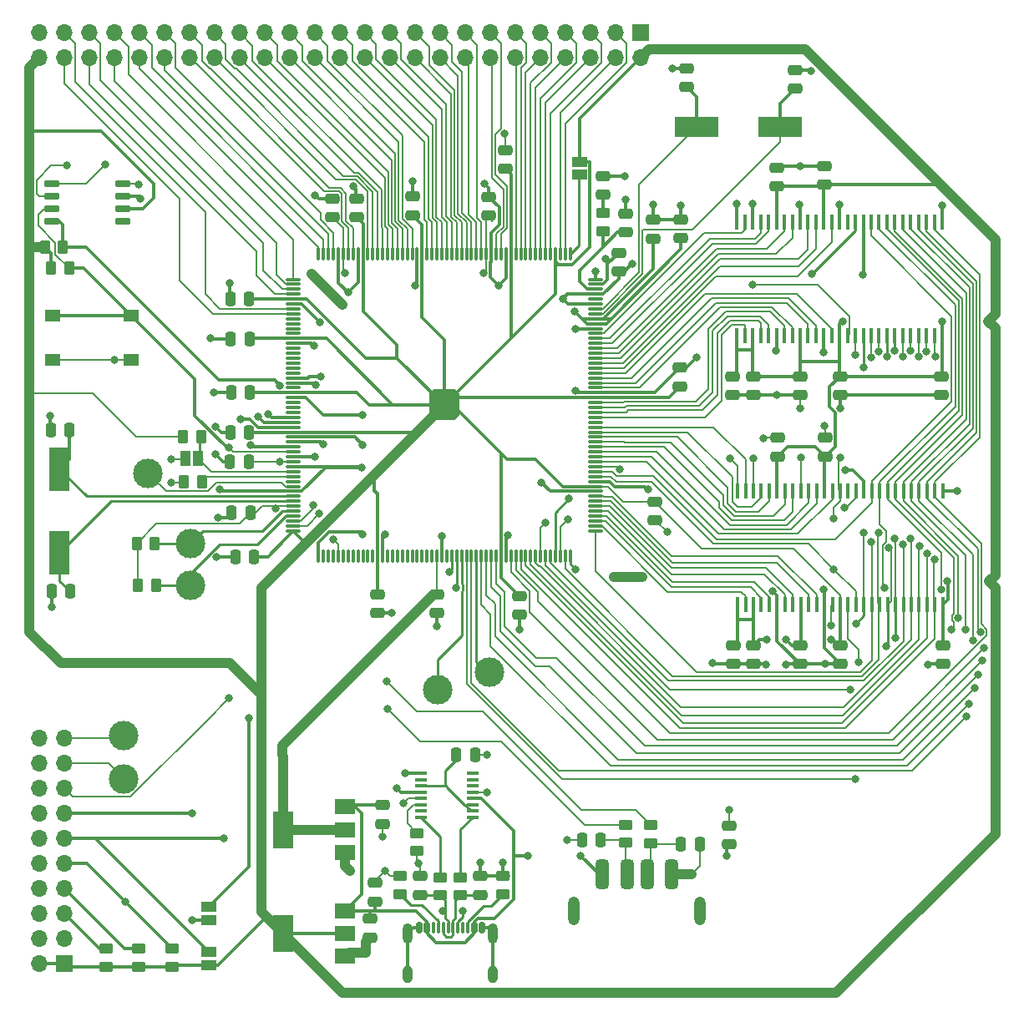
<source format=gbr>
%TF.GenerationSoftware,KiCad,Pcbnew,7.0.10*%
%TF.CreationDate,2024-02-10T01:25:08-05:00*%
%TF.ProjectId,9260-first,39323630-2d66-4697-9273-742e6b696361,rev?*%
%TF.SameCoordinates,Original*%
%TF.FileFunction,Copper,L1,Top*%
%TF.FilePolarity,Positive*%
%FSLAX46Y46*%
G04 Gerber Fmt 4.6, Leading zero omitted, Abs format (unit mm)*
G04 Created by KiCad (PCBNEW 7.0.10) date 2024-02-10 01:25:08*
%MOMM*%
%LPD*%
G01*
G04 APERTURE LIST*
G04 Aperture macros list*
%AMRoundRect*
0 Rectangle with rounded corners*
0 $1 Rounding radius*
0 $2 $3 $4 $5 $6 $7 $8 $9 X,Y pos of 4 corners*
0 Add a 4 corners polygon primitive as box body*
4,1,4,$2,$3,$4,$5,$6,$7,$8,$9,$2,$3,0*
0 Add four circle primitives for the rounded corners*
1,1,$1+$1,$2,$3*
1,1,$1+$1,$4,$5*
1,1,$1+$1,$6,$7*
1,1,$1+$1,$8,$9*
0 Add four rect primitives between the rounded corners*
20,1,$1+$1,$2,$3,$4,$5,0*
20,1,$1+$1,$4,$5,$6,$7,0*
20,1,$1+$1,$6,$7,$8,$9,0*
20,1,$1+$1,$8,$9,$2,$3,0*%
G04 Aperture macros list end*
%TA.AperFunction,SMDPad,CuDef*%
%ADD10RoundRect,0.250000X0.450000X-0.262500X0.450000X0.262500X-0.450000X0.262500X-0.450000X-0.262500X0*%
%TD*%
%TA.AperFunction,SMDPad,CuDef*%
%ADD11RoundRect,0.325000X-0.325000X-1.175000X0.325000X-1.175000X0.325000X1.175000X-0.325000X1.175000X0*%
%TD*%
%TA.AperFunction,ComponentPad*%
%ADD12O,1.200000X2.900000*%
%TD*%
%TA.AperFunction,SMDPad,CuDef*%
%ADD13RoundRect,0.250000X-0.475000X0.250000X-0.475000X-0.250000X0.475000X-0.250000X0.475000X0.250000X0*%
%TD*%
%TA.AperFunction,SMDPad,CuDef*%
%ADD14RoundRect,0.250000X-0.250000X-0.475000X0.250000X-0.475000X0.250000X0.475000X-0.250000X0.475000X0*%
%TD*%
%TA.AperFunction,SMDPad,CuDef*%
%ADD15RoundRect,0.250000X0.250000X0.475000X-0.250000X0.475000X-0.250000X-0.475000X0.250000X-0.475000X0*%
%TD*%
%TA.AperFunction,ComponentPad*%
%ADD16O,1.700000X1.700000*%
%TD*%
%TA.AperFunction,ComponentPad*%
%ADD17R,1.700000X1.700000*%
%TD*%
%TA.AperFunction,ComponentPad*%
%ADD18C,3.000000*%
%TD*%
%TA.AperFunction,SMDPad,CuDef*%
%ADD19RoundRect,0.250000X0.475000X-0.250000X0.475000X0.250000X-0.475000X0.250000X-0.475000X-0.250000X0*%
%TD*%
%TA.AperFunction,SMDPad,CuDef*%
%ADD20R,1.500000X1.000000*%
%TD*%
%TA.AperFunction,SMDPad,CuDef*%
%ADD21R,0.458000X1.510000*%
%TD*%
%TA.AperFunction,SMDPad,CuDef*%
%ADD22RoundRect,0.150000X-0.650000X-0.150000X0.650000X-0.150000X0.650000X0.150000X-0.650000X0.150000X0*%
%TD*%
%TA.AperFunction,SMDPad,CuDef*%
%ADD23R,1.550000X1.300000*%
%TD*%
%TA.AperFunction,SMDPad,CuDef*%
%ADD24RoundRect,0.250000X0.262500X0.450000X-0.262500X0.450000X-0.262500X-0.450000X0.262500X-0.450000X0*%
%TD*%
%TA.AperFunction,SMDPad,CuDef*%
%ADD25RoundRect,0.250000X-0.450000X0.262500X-0.450000X-0.262500X0.450000X-0.262500X0.450000X0.262500X0*%
%TD*%
%TA.AperFunction,ComponentPad*%
%ADD26O,1.000000X1.800000*%
%TD*%
%TA.AperFunction,ComponentPad*%
%ADD27O,1.000000X2.100000*%
%TD*%
%TA.AperFunction,SMDPad,CuDef*%
%ADD28RoundRect,0.150000X-0.150000X-0.425000X0.150000X-0.425000X0.150000X0.425000X-0.150000X0.425000X0*%
%TD*%
%TA.AperFunction,SMDPad,CuDef*%
%ADD29RoundRect,0.075000X-0.075000X-0.500000X0.075000X-0.500000X0.075000X0.500000X-0.075000X0.500000X0*%
%TD*%
%TA.AperFunction,SMDPad,CuDef*%
%ADD30R,1.200000X0.400000*%
%TD*%
%TA.AperFunction,SMDPad,CuDef*%
%ADD31R,2.000000X1.500000*%
%TD*%
%TA.AperFunction,SMDPad,CuDef*%
%ADD32R,2.000000X3.800000*%
%TD*%
%TA.AperFunction,SMDPad,CuDef*%
%ADD33R,4.500000X2.000000*%
%TD*%
%TA.AperFunction,SMDPad,CuDef*%
%ADD34R,2.000000X4.500000*%
%TD*%
%TA.AperFunction,SMDPad,CuDef*%
%ADD35RoundRect,0.038400X-0.711600X-0.121600X0.711600X-0.121600X0.711600X0.121600X-0.711600X0.121600X0*%
%TD*%
%TA.AperFunction,SMDPad,CuDef*%
%ADD36RoundRect,0.160000X0.000000X-0.590000X0.000000X-0.590000X0.000000X0.590000X0.000000X0.590000X0*%
%TD*%
%TA.AperFunction,SMDPad,CuDef*%
%ADD37R,1.000000X1.500000*%
%TD*%
%TA.AperFunction,SMDPad,CuDef*%
%ADD38RoundRect,0.250000X-0.262500X-0.450000X0.262500X-0.450000X0.262500X0.450000X-0.262500X0.450000X0*%
%TD*%
%TA.AperFunction,ViaPad*%
%ADD39C,0.800000*%
%TD*%
%TA.AperFunction,Conductor*%
%ADD40C,0.152000*%
%TD*%
%TA.AperFunction,Conductor*%
%ADD41C,0.250000*%
%TD*%
%TA.AperFunction,Conductor*%
%ADD42C,0.300000*%
%TD*%
%TA.AperFunction,Conductor*%
%ADD43C,0.200000*%
%TD*%
%TA.AperFunction,Conductor*%
%ADD44C,1.000000*%
%TD*%
G04 APERTURE END LIST*
D10*
%TO.P,R20,1*%
%TO.N,Net-(J4-D-)*%
X90600000Y-113100000D03*
%TO.P,R20,2*%
%TO.N,HDMA*%
X90600000Y-111275000D03*
%TD*%
%TO.P,R19,1*%
%TO.N,Net-(J4-D+)*%
X93200000Y-113112500D03*
%TO.P,R19,2*%
%TO.N,HDPA*%
X93200000Y-111287500D03*
%TD*%
D11*
%TO.P,J4,1,VBUS*%
%TO.N,VBUS*%
X88300000Y-116300000D03*
%TO.P,J4,2,D-*%
%TO.N,Net-(J4-D-)*%
X90800000Y-116300000D03*
%TO.P,J4,3,D+*%
%TO.N,Net-(J4-D+)*%
X92800000Y-116300000D03*
%TO.P,J4,4,GND*%
%TO.N,GND*%
X95300000Y-116300000D03*
D12*
%TO.P,J4,5,Shield*%
X85400000Y-120000000D03*
X98200000Y-120000000D03*
%TD*%
D13*
%TO.P,C53,1*%
%TO.N,GND*%
X101100000Y-111350000D03*
%TO.P,C53,2*%
%TO.N,VBUS*%
X101100000Y-113250000D03*
%TD*%
D14*
%TO.P,C52,1*%
%TO.N,GND*%
X86200000Y-112800000D03*
%TO.P,C52,2*%
%TO.N,Net-(J4-D-)*%
X88100000Y-112800000D03*
%TD*%
D15*
%TO.P,C51,1*%
%TO.N,GND*%
X98150000Y-113200000D03*
%TO.P,C51,2*%
%TO.N,Net-(J4-D+)*%
X96250000Y-113200000D03*
%TD*%
D16*
%TO.P,J3,50,Pin_50*%
%TO.N,3V3*%
X31190000Y-33510000D03*
%TO.P,J3,49,Pin_49*%
%TO.N,GND*%
X31190000Y-30970000D03*
%TO.P,J3,48,Pin_48*%
%TO.N,PA29*%
X33730000Y-33510000D03*
%TO.P,J3,47,Pin_47*%
%TO.N,PA28*%
X33730000Y-30970000D03*
%TO.P,J3,46,Pin_46*%
%TO.N,PA27*%
X36270000Y-33510000D03*
%TO.P,J3,45,Pin_45*%
%TO.N,PA26*%
X36270000Y-30970000D03*
%TO.P,J3,44,Pin_44*%
%TO.N,PA25*%
X38810000Y-33510000D03*
%TO.P,J3,43,Pin_43*%
%TO.N,PA24*%
X38810000Y-30970000D03*
%TO.P,J3,42,Pin_42*%
%TO.N,PA23*%
X41350000Y-33510000D03*
%TO.P,J3,41,Pin_41*%
%TO.N,PA22*%
X41350000Y-30970000D03*
%TO.P,J3,40,Pin_40*%
%TO.N,PA21*%
X43890000Y-33510000D03*
%TO.P,J3,39,Pin_39*%
%TO.N,PA20*%
X43890000Y-30970000D03*
%TO.P,J3,38,Pin_38*%
%TO.N,PA19*%
X46430000Y-33510000D03*
%TO.P,J3,37,Pin_37*%
%TO.N,PA18*%
X46430000Y-30970000D03*
%TO.P,J3,36,Pin_36*%
%TO.N,PA17*%
X48970000Y-33510000D03*
%TO.P,J3,35,Pin_35*%
%TO.N,PA16*%
X48970000Y-30970000D03*
%TO.P,J3,34,Pin_34*%
%TO.N,PA15*%
X51510000Y-33510000D03*
%TO.P,J3,33,Pin_33*%
%TO.N,PA14*%
X51510000Y-30970000D03*
%TO.P,J3,32,Pin_32*%
%TO.N,PA13*%
X54050000Y-33510000D03*
%TO.P,J3,31,Pin_31*%
%TO.N,PA12*%
X54050000Y-30970000D03*
%TO.P,J3,30,Pin_30*%
%TO.N,PA11*%
X56590000Y-33510000D03*
%TO.P,J3,29,Pin_29*%
%TO.N,PA10*%
X56590000Y-30970000D03*
%TO.P,J3,28,Pin_28*%
%TO.N,PA9*%
X59130000Y-33510000D03*
%TO.P,J3,27,Pin_27*%
%TO.N,PA8*%
X59130000Y-30970000D03*
%TO.P,J3,26,Pin_26*%
%TO.N,PA7*%
X61670000Y-33510000D03*
%TO.P,J3,25,Pin_25*%
%TO.N,PA6*%
X61670000Y-30970000D03*
%TO.P,J3,24,Pin_24*%
%TO.N,PA5*%
X64210000Y-33510000D03*
%TO.P,J3,23,Pin_23*%
%TO.N,PA4*%
X64210000Y-30970000D03*
%TO.P,J3,22,Pin_22*%
%TO.N,PA3*%
X66750000Y-33510000D03*
%TO.P,J3,21,Pin_21*%
%TO.N,PA2*%
X66750000Y-30970000D03*
%TO.P,J3,20,Pin_20*%
%TO.N,PA1*%
X69290000Y-33510000D03*
%TO.P,J3,19,Pin_19*%
%TO.N,PA0*%
X69290000Y-30970000D03*
%TO.P,J3,18,Pin_18*%
%TO.N,PB31*%
X71830000Y-33510000D03*
%TO.P,J3,17,Pin_17*%
%TO.N,PB30*%
X71830000Y-30970000D03*
%TO.P,J3,16,Pin_16*%
%TO.N,PB29*%
X74370000Y-33510000D03*
%TO.P,J3,15,Pin_15*%
%TO.N,PB28*%
X74370000Y-30970000D03*
%TO.P,J3,14,Pin_14*%
%TO.N,PB27*%
X76910000Y-33510000D03*
%TO.P,J3,13,Pin_13*%
%TO.N,PB26*%
X76910000Y-30970000D03*
%TO.P,J3,12,Pin_12*%
%TO.N,PB25*%
X79450000Y-33510000D03*
%TO.P,J3,11,Pin_11*%
%TO.N,PB24*%
X79450000Y-30970000D03*
%TO.P,J3,10,Pin_10*%
%TO.N,PB23*%
X81990000Y-33510000D03*
%TO.P,J3,9,Pin_9*%
%TO.N,PB22*%
X81990000Y-30970000D03*
%TO.P,J3,8,Pin_8*%
%TO.N,PB21*%
X84530000Y-33510000D03*
%TO.P,J3,7,Pin_7*%
%TO.N,PB20*%
X84530000Y-30970000D03*
%TO.P,J3,6,Pin_6*%
%TO.N,PB11*%
X87070000Y-33510000D03*
%TO.P,J3,5,Pin_5*%
%TO.N,PB10*%
X87070000Y-30970000D03*
%TO.P,J3,4,Pin_4*%
%TO.N,PC1*%
X89610000Y-33510000D03*
%TO.P,J3,3,Pin_3*%
%TO.N,PC0*%
X89610000Y-30970000D03*
%TO.P,J3,2,Pin_2*%
%TO.N,3V3*%
X92150000Y-33510000D03*
D17*
%TO.P,J3,1,Pin_1*%
%TO.N,GND*%
X92150000Y-30970000D03*
%TD*%
D13*
%TO.P,C22,1*%
%TO.N,VBUS*%
X66040000Y-109286000D03*
%TO.P,C22,2*%
%TO.N,GND*%
X66040000Y-111186000D03*
%TD*%
D15*
%TO.P,C4,1*%
%TO.N,3V3*%
X52451000Y-71501000D03*
%TO.P,C4,2*%
%TO.N,GND*%
X50551000Y-71501000D03*
%TD*%
D18*
%TO.P,TP4,1,1*%
%TO.N,A15*%
X71628000Y-97536000D03*
%TD*%
D15*
%TO.P,C17,1*%
%TO.N,GND*%
X75387750Y-104156750D03*
%TO.P,C17,2*%
%TO.N,Net-(U4-3V3OUT)*%
X73487750Y-104156750D03*
%TD*%
%TO.P,C5,1*%
%TO.N,3V3*%
X52959000Y-84074000D03*
%TO.P,C5,2*%
%TO.N,GND*%
X51059000Y-84074000D03*
%TD*%
D19*
%TO.P,C10,1*%
%TO.N,3V3*%
X78410000Y-44760000D03*
%TO.P,C10,2*%
%TO.N,GND*%
X78410000Y-42860000D03*
%TD*%
D10*
%TO.P,R9,1*%
%TO.N,Net-(J2-CC1)*%
X67818000Y-118284000D03*
%TO.P,R9,2*%
%TO.N,GND*%
X67818000Y-116459000D03*
%TD*%
D19*
%TO.P,C46,1*%
%TO.N,GND*%
X122644000Y-67686000D03*
%TO.P,C46,2*%
%TO.N,3V3*%
X122644000Y-65786000D03*
%TD*%
%TO.P,C11,1*%
%TO.N,1V8*%
X93470000Y-51810000D03*
%TO.P,C11,2*%
%TO.N,GND*%
X93470000Y-49910000D03*
%TD*%
%TO.P,C38,1*%
%TO.N,GND*%
X112395000Y-94956000D03*
%TO.P,C38,2*%
%TO.N,3V3*%
X112395000Y-93056000D03*
%TD*%
D20*
%TO.P,JP2,1,A*%
%TO.N,Net-(JP2-A)*%
X85960000Y-45370000D03*
%TO.P,JP2,2,B*%
%TO.N,3V3*%
X85960000Y-44070000D03*
%TD*%
D21*
%TO.P,U6,1,VDD*%
%TO.N,3V3*%
X101932000Y-61665000D03*
%TO.P,U6,2,DQ0*%
%TO.N,D16*%
X102732000Y-61665000D03*
%TO.P,U6,3,VDDQ*%
%TO.N,3V3*%
X103532000Y-61665000D03*
%TO.P,U6,4,DQ1*%
%TO.N,D17*%
X104332000Y-61665000D03*
%TO.P,U6,5,DQ2*%
%TO.N,D18*%
X105132000Y-61665000D03*
%TO.P,U6,6,VSSQ*%
%TO.N,GND*%
X105932000Y-61665000D03*
%TO.P,U6,7,DQ3*%
%TO.N,D19*%
X106732000Y-61665000D03*
%TO.P,U6,8,DQ4*%
%TO.N,D20*%
X107532000Y-61665000D03*
%TO.P,U6,9,VDDQ*%
%TO.N,3V3*%
X108332000Y-61665000D03*
%TO.P,U6,10,DQ5*%
%TO.N,D21*%
X109132000Y-61665000D03*
%TO.P,U6,11,DQ6*%
%TO.N,D22*%
X109932000Y-61665000D03*
%TO.P,U6,12,VSSQ*%
%TO.N,GND*%
X110732000Y-61665000D03*
%TO.P,U6,13,DQ7*%
%TO.N,D23*%
X111532000Y-61665000D03*
%TO.P,U6,14,VDD*%
%TO.N,3V3*%
X112332000Y-61665000D03*
%TO.P,U6,15,DQML*%
%TO.N,A1*%
X113132000Y-61665000D03*
%TO.P,U6,16,~{WE}*%
%TO.N,SDWE*%
X113932000Y-61665000D03*
%TO.P,U6,17,~{CAS}*%
%TO.N,CAS*%
X114732000Y-61665000D03*
%TO.P,U6,18,~{RAS}*%
%TO.N,RAS*%
X115532000Y-61665000D03*
%TO.P,U6,19,~{CS}*%
%TO.N,SDCS*%
X116332000Y-61665000D03*
%TO.P,U6,20,BA0*%
%TO.N,A16*%
X117132000Y-61665000D03*
%TO.P,U6,21,BA1*%
%TO.N,A17*%
X117932000Y-61665000D03*
%TO.P,U6,22,A10*%
%TO.N,SDA10*%
X118732000Y-61665000D03*
%TO.P,U6,23,A0*%
%TO.N,A2*%
X119532000Y-61665000D03*
%TO.P,U6,24,A1*%
%TO.N,A3*%
X120332000Y-61665000D03*
%TO.P,U6,25,A2*%
%TO.N,A4*%
X121132000Y-61665000D03*
%TO.P,U6,26,A3*%
%TO.N,A5*%
X121932000Y-61665000D03*
%TO.P,U6,27,VDD*%
%TO.N,3V3*%
X122732000Y-61665000D03*
%TO.P,U6,28,VSS*%
%TO.N,GND*%
X122732000Y-50165000D03*
%TO.P,U6,29,A4*%
%TO.N,A6*%
X121932000Y-50165000D03*
%TO.P,U6,30,A5*%
%TO.N,A7*%
X121132000Y-50165000D03*
%TO.P,U6,31,A6*%
%TO.N,A8*%
X120332000Y-50165000D03*
%TO.P,U6,32,A7*%
%TO.N,A9*%
X119532000Y-50165000D03*
%TO.P,U6,33,A8*%
%TO.N,A10*%
X118732000Y-50165000D03*
%TO.P,U6,34,A9*%
%TO.N,A11*%
X117932000Y-50165000D03*
%TO.P,U6,35,A11*%
%TO.N,A13*%
X117132000Y-50165000D03*
%TO.P,U6,36,A12*%
%TO.N,A14*%
X116332000Y-50165000D03*
%TO.P,U6,37,CKE*%
%TO.N,SDCKE*%
X115532000Y-50165000D03*
%TO.P,U6,38,CLK*%
%TO.N,SDCK*%
X114732000Y-50165000D03*
%TO.P,U6,39,DQMH*%
%TO.N,NBS3*%
X113932000Y-50165000D03*
%TO.P,U6,40,NC*%
%TO.N,unconnected-(U6-NC-Pad40)*%
X113132000Y-50165000D03*
%TO.P,U6,41,VSS*%
%TO.N,GND*%
X112332000Y-50165000D03*
%TO.P,U6,42,DQ8*%
%TO.N,D24*%
X111532000Y-50165000D03*
%TO.P,U6,43,VDDQ*%
%TO.N,3V3*%
X110732000Y-50165000D03*
%TO.P,U6,44,DQ9*%
%TO.N,D25*%
X109932000Y-50165000D03*
%TO.P,U6,45,DQ10*%
%TO.N,D26*%
X109132000Y-50165000D03*
%TO.P,U6,46,VSSQ*%
%TO.N,GND*%
X108332000Y-50165000D03*
%TO.P,U6,47,DQ11*%
%TO.N,D27*%
X107532000Y-50165000D03*
%TO.P,U6,48,DQ12*%
%TO.N,D28*%
X106732000Y-50165000D03*
%TO.P,U6,49,VDDQ*%
%TO.N,3V3*%
X105932000Y-50165000D03*
%TO.P,U6,50,DQ13*%
%TO.N,D29*%
X105132000Y-50165000D03*
%TO.P,U6,51,DQ14*%
%TO.N,D30*%
X104332000Y-50165000D03*
%TO.P,U6,52,VSSQ*%
%TO.N,GND*%
X103532000Y-50165000D03*
%TO.P,U6,53,DQ15*%
%TO.N,D31*%
X102732000Y-50165000D03*
%TO.P,U6,54,VSS*%
%TO.N,GND*%
X101932000Y-50165000D03*
%TD*%
D22*
%TO.P,U8,1,SI*%
%TO.N,PA1*%
X32500000Y-46245000D03*
%TO.P,U8,2,SCK*%
%TO.N,PA2*%
X32500000Y-47515000D03*
%TO.P,U8,3,~{RESET}*%
%TO.N,NRST*%
X32500000Y-48785000D03*
%TO.P,U8,4,~{CS}*%
%TO.N,SPI0_NPCS1*%
X32500000Y-50055000D03*
%TO.P,U8,5,~{WP}*%
%TO.N,unconnected-(U8-~{WP}-Pad5)*%
X39700000Y-50055000D03*
%TO.P,U8,6,VCC*%
%TO.N,3V3*%
X39700000Y-48785000D03*
%TO.P,U8,7,GND*%
%TO.N,GND*%
X39700000Y-47515000D03*
%TO.P,U8,8,SO*%
%TO.N,PA0*%
X39700000Y-46245000D03*
%TD*%
D19*
%TO.P,C43,1*%
%TO.N,GND*%
X103594000Y-67681000D03*
%TO.P,C43,2*%
%TO.N,3V3*%
X103594000Y-65781000D03*
%TD*%
%TO.P,C21,1*%
%TO.N,GND*%
X64770000Y-122677000D03*
%TO.P,C21,2*%
%TO.N,VBUS*%
X64770000Y-120777000D03*
%TD*%
D23*
%TO.P,SW1,1,1*%
%TO.N,NRST*%
X32550000Y-59600000D03*
X40500000Y-59600000D03*
%TO.P,SW1,2,2*%
%TO.N,GND*%
X32550000Y-64100000D03*
X40500000Y-64100000D03*
%TD*%
D24*
%TO.P,R3,1*%
%TO.N,NRST*%
X34212500Y-54800000D03*
%TO.P,R3,2*%
%TO.N,3V3*%
X32387500Y-54800000D03*
%TD*%
D25*
%TO.P,R8,1*%
%TO.N,Net-(U4-~{CTS})*%
X69500000Y-112100000D03*
%TO.P,R8,2*%
%TO.N,GND*%
X69500000Y-113925000D03*
%TD*%
D10*
%TO.P,R11,1*%
%TO.N,3V3*%
X37973000Y-125650000D03*
%TO.P,R11,2*%
%TO.N,Net-(J1-Pin_5)*%
X37973000Y-123825000D03*
%TD*%
D13*
%TO.P,C18,1*%
%TO.N,GND*%
X65278000Y-117160000D03*
%TO.P,C18,2*%
%TO.N,VBUS*%
X65278000Y-119060000D03*
%TD*%
%TO.P,C12,1*%
%TO.N,1V8*%
X89920000Y-53290000D03*
%TO.P,C12,2*%
%TO.N,GND*%
X89920000Y-55190000D03*
%TD*%
%TO.P,C41,1*%
%TO.N,GND*%
X110808000Y-44485000D03*
%TO.P,C41,2*%
%TO.N,3V3*%
X110808000Y-46385000D03*
%TD*%
D19*
%TO.P,C44,1*%
%TO.N,GND*%
X108293000Y-67686000D03*
%TO.P,C44,2*%
%TO.N,3V3*%
X108293000Y-65786000D03*
%TD*%
D26*
%TO.P,J2,S1,SHIELD*%
%TO.N,GND*%
X77218000Y-126460000D03*
D27*
X77218000Y-122280000D03*
D26*
X68578000Y-126460000D03*
D27*
X68578000Y-122280000D03*
D28*
%TO.P,J2,B12,GND*%
X69698000Y-121705000D03*
%TO.P,J2,B9,VBUS*%
%TO.N,VBUS*%
X70498000Y-121705000D03*
D29*
%TO.P,J2,B8,SBU2*%
%TO.N,unconnected-(J2-SBU2-PadB8)*%
X71148000Y-121705000D03*
%TO.P,J2,B7,D-*%
%TO.N,Net-(C20-Pad2)*%
X72148000Y-121705000D03*
%TO.P,J2,B6,D+*%
%TO.N,Net-(C19-Pad2)*%
X73648000Y-121705000D03*
%TO.P,J2,B5,CC2*%
%TO.N,Net-(J2-CC2)*%
X74648000Y-121705000D03*
D28*
%TO.P,J2,B4,VBUS*%
%TO.N,VBUS*%
X75298000Y-121705000D03*
%TO.P,J2,B1,GND*%
%TO.N,GND*%
X76098000Y-121705000D03*
%TO.P,J2,A12,GND*%
X76098000Y-121705000D03*
%TO.P,J2,A9,VBUS*%
%TO.N,VBUS*%
X75298000Y-121705000D03*
D29*
%TO.P,J2,A8,SBU1*%
%TO.N,unconnected-(J2-SBU1-PadA8)*%
X74148000Y-121705000D03*
%TO.P,J2,A7,D-*%
%TO.N,Net-(C20-Pad2)*%
X73148000Y-121705000D03*
%TO.P,J2,A6,D+*%
%TO.N,Net-(C19-Pad2)*%
X72648000Y-121705000D03*
%TO.P,J2,A5,CC1*%
%TO.N,Net-(J2-CC1)*%
X71648000Y-121705000D03*
D28*
%TO.P,J2,A4,VBUS*%
%TO.N,VBUS*%
X70498000Y-121705000D03*
%TO.P,J2,A1,GND*%
%TO.N,GND*%
X69698000Y-121705000D03*
%TD*%
D18*
%TO.P,TP5,1,1*%
%TO.N,Net-(J1-Pin_17)*%
X39780000Y-106610000D03*
%TD*%
D30*
%TO.P,U4,1,TXD*%
%TO.N,PB14*%
X69926750Y-106061750D03*
%TO.P,U4,2,~{RTS}*%
%TO.N,unconnected-(U4-~{RTS}-Pad2)*%
X69926750Y-106696750D03*
%TO.P,U4,3,VCCIO*%
%TO.N,Net-(U4-3V3OUT)*%
X69926750Y-107331750D03*
%TO.P,U4,4,RXD*%
%TO.N,PB15*%
X69926750Y-107966750D03*
%TO.P,U4,5,GND*%
%TO.N,GND*%
X69926750Y-108601750D03*
%TO.P,U4,6,~{CTS}*%
%TO.N,Net-(U4-~{CTS})*%
X69926750Y-109236750D03*
%TO.P,U4,7,CBUS2*%
%TO.N,unconnected-(U4-CBUS2-Pad7)*%
X69926750Y-109871750D03*
%TO.P,U4,8,USBDP*%
%TO.N,Net-(U4-USBDP)*%
X69926750Y-110506750D03*
%TO.P,U4,9,USBDM*%
%TO.N,Net-(U4-USBDM)*%
X75126750Y-110506750D03*
%TO.P,U4,10,3V3OUT*%
%TO.N,Net-(U4-3V3OUT)*%
X75126750Y-109871750D03*
%TO.P,U4,11,~{RESET}*%
X75126750Y-109236750D03*
%TO.P,U4,12,VCC*%
%TO.N,VBUS*%
X75126750Y-108601750D03*
%TO.P,U4,13,GND*%
%TO.N,GND*%
X75126750Y-107966750D03*
%TO.P,U4,14,CBUS1*%
%TO.N,unconnected-(U4-CBUS1-Pad14)*%
X75126750Y-107331750D03*
%TO.P,U4,15,CBUS0*%
%TO.N,BCD*%
X75126750Y-106696750D03*
%TO.P,U4,16,CBUS3*%
%TO.N,SLEEP*%
X75126750Y-106061750D03*
%TD*%
D13*
%TO.P,C14,1*%
%TO.N,GND*%
X107830000Y-34740000D03*
%TO.P,C14,2*%
%TO.N,Net-(U1-XIN)*%
X107830000Y-36640000D03*
%TD*%
D24*
%TO.P,R2,1*%
%TO.N,Net-(JP4-A)*%
X47592500Y-71900000D03*
%TO.P,R2,2*%
%TO.N,3V3*%
X45767500Y-71900000D03*
%TD*%
D31*
%TO.P,U3,1,GND*%
%TO.N,GND*%
X62230000Y-124587000D03*
%TO.P,U3,2,VO*%
%TO.N,3V3*%
X62230000Y-122287000D03*
D32*
X55930000Y-122287000D03*
D31*
%TO.P,U3,3,VI*%
%TO.N,VBUS*%
X62230000Y-119987000D03*
%TD*%
D13*
%TO.P,C8,2*%
%TO.N,GND*%
X93599000Y-80391000D03*
%TO.P,C8,1*%
%TO.N,3V3*%
X93599000Y-78491000D03*
%TD*%
D21*
%TO.P,U5,1,VDD*%
%TO.N,3V3*%
X101995000Y-88935000D03*
%TO.P,U5,2,DQ0*%
%TO.N,D0*%
X102795000Y-88935000D03*
%TO.P,U5,3,VDDQ*%
%TO.N,3V3*%
X103595000Y-88935000D03*
%TO.P,U5,4,DQ1*%
%TO.N,D1*%
X104395000Y-88935000D03*
%TO.P,U5,5,DQ2*%
%TO.N,D2*%
X105195000Y-88935000D03*
%TO.P,U5,6,VSSQ*%
%TO.N,GND*%
X105995000Y-88935000D03*
%TO.P,U5,7,DQ3*%
%TO.N,D3*%
X106795000Y-88935000D03*
%TO.P,U5,8,DQ4*%
%TO.N,D4*%
X107595000Y-88935000D03*
%TO.P,U5,9,VDDQ*%
%TO.N,3V3*%
X108395000Y-88935000D03*
%TO.P,U5,10,DQ5*%
%TO.N,D5*%
X109195000Y-88935000D03*
%TO.P,U5,11,DQ6*%
%TO.N,D6*%
X109995000Y-88935000D03*
%TO.P,U5,12,VSSQ*%
%TO.N,GND*%
X110795000Y-88935000D03*
%TO.P,U5,13,DQ7*%
%TO.N,D7*%
X111595000Y-88935000D03*
%TO.P,U5,14,VDD*%
%TO.N,3V3*%
X112395000Y-88935000D03*
%TO.P,U5,15,DQML*%
%TO.N,A0*%
X113195000Y-88935000D03*
%TO.P,U5,16,~{WE}*%
%TO.N,SDWE*%
X113995000Y-88935000D03*
%TO.P,U5,17,~{CAS}*%
%TO.N,CAS*%
X114795000Y-88935000D03*
%TO.P,U5,18,~{RAS}*%
%TO.N,RAS*%
X115595000Y-88935000D03*
%TO.P,U5,19,~{CS}*%
%TO.N,SDCS*%
X116395000Y-88935000D03*
%TO.P,U5,20,BA0*%
%TO.N,A16*%
X117195000Y-88935000D03*
%TO.P,U5,21,BA1*%
%TO.N,A17*%
X117995000Y-88935000D03*
%TO.P,U5,22,A10*%
%TO.N,SDA10*%
X118795000Y-88935000D03*
%TO.P,U5,23,A0*%
%TO.N,A2*%
X119595000Y-88935000D03*
%TO.P,U5,24,A1*%
%TO.N,A3*%
X120395000Y-88935000D03*
%TO.P,U5,25,A2*%
%TO.N,A4*%
X121195000Y-88935000D03*
%TO.P,U5,26,A3*%
%TO.N,A5*%
X121995000Y-88935000D03*
%TO.P,U5,27,VDD*%
%TO.N,3V3*%
X122795000Y-88935000D03*
%TO.P,U5,28,VSS*%
%TO.N,GND*%
X122795000Y-77435000D03*
%TO.P,U5,29,A4*%
%TO.N,A6*%
X121995000Y-77435000D03*
%TO.P,U5,30,A5*%
%TO.N,A7*%
X121195000Y-77435000D03*
%TO.P,U5,31,A6*%
%TO.N,A8*%
X120395000Y-77435000D03*
%TO.P,U5,32,A7*%
%TO.N,A9*%
X119595000Y-77435000D03*
%TO.P,U5,33,A8*%
%TO.N,A10*%
X118795000Y-77435000D03*
%TO.P,U5,34,A9*%
%TO.N,A11*%
X117995000Y-77435000D03*
%TO.P,U5,35,A11*%
%TO.N,A13*%
X117195000Y-77435000D03*
%TO.P,U5,36,A12*%
%TO.N,A14*%
X116395000Y-77435000D03*
%TO.P,U5,37,CKE*%
%TO.N,SDCKE*%
X115595000Y-77435000D03*
%TO.P,U5,38,CLK*%
%TO.N,SDCK*%
X114795000Y-77435000D03*
%TO.P,U5,39,DQMH*%
%TO.N,NBS1*%
X113995000Y-77435000D03*
%TO.P,U5,40,NC*%
%TO.N,unconnected-(U5-NC-Pad40)*%
X113195000Y-77435000D03*
%TO.P,U5,41,VSS*%
%TO.N,GND*%
X112395000Y-77435000D03*
%TO.P,U5,42,DQ8*%
%TO.N,D8*%
X111595000Y-77435000D03*
%TO.P,U5,43,VDDQ*%
%TO.N,3V3*%
X110795000Y-77435000D03*
%TO.P,U5,44,DQ9*%
%TO.N,D9*%
X109995000Y-77435000D03*
%TO.P,U5,45,DQ10*%
%TO.N,D10*%
X109195000Y-77435000D03*
%TO.P,U5,46,VSSQ*%
%TO.N,GND*%
X108395000Y-77435000D03*
%TO.P,U5,47,DQ11*%
%TO.N,D11*%
X107595000Y-77435000D03*
%TO.P,U5,48,DQ12*%
%TO.N,D12*%
X106795000Y-77435000D03*
%TO.P,U5,49,VDDQ*%
%TO.N,3V3*%
X105995000Y-77435000D03*
%TO.P,U5,50,DQ13*%
%TO.N,D13*%
X105195000Y-77435000D03*
%TO.P,U5,51,DQ14*%
%TO.N,D14*%
X104395000Y-77435000D03*
%TO.P,U5,52,VSSQ*%
%TO.N,GND*%
X103595000Y-77435000D03*
%TO.P,U5,53,DQ15*%
%TO.N,D15*%
X102795000Y-77435000D03*
%TO.P,U5,54,VSS*%
%TO.N,GND*%
X101995000Y-77435000D03*
%TD*%
D19*
%TO.P,C37,1*%
%TO.N,GND*%
X108331000Y-94956000D03*
%TO.P,C37,2*%
%TO.N,3V3*%
X108331000Y-93056000D03*
%TD*%
D20*
%TO.P,JP1,1,A*%
%TO.N,Net-(J1-Pin_3)*%
X48387000Y-120904000D03*
%TO.P,JP1,2,B*%
%TO.N,Net-(JP1-B)*%
X48387000Y-119604000D03*
%TD*%
D24*
%TO.P,R1,1*%
%TO.N,/OSCSEL*%
X47675000Y-76530000D03*
%TO.P,R1,2*%
%TO.N,GND*%
X45850000Y-76530000D03*
%TD*%
D19*
%TO.P,C42,1*%
%TO.N,GND*%
X101435000Y-67686000D03*
%TO.P,C42,2*%
%TO.N,3V3*%
X101435000Y-65786000D03*
%TD*%
D33*
%TO.P,Y2,2,2*%
%TO.N,Net-(U1-XOUT)*%
X97830000Y-40530000D03*
%TO.P,Y2,1,1*%
%TO.N,Net-(U1-XIN)*%
X106330000Y-40530000D03*
%TD*%
D13*
%TO.P,C30,1*%
%TO.N,GND*%
X60910000Y-47780000D03*
%TO.P,C30,2*%
%TO.N,1V8*%
X60910000Y-49680000D03*
%TD*%
D34*
%TO.P,Y1,1,1*%
%TO.N,Net-(U1-XIN32)*%
X33274000Y-83684000D03*
%TO.P,Y1,2,2*%
%TO.N,Net-(U1-XOUT32)*%
X33274000Y-75184000D03*
%TD*%
D13*
%TO.P,C13,2*%
%TO.N,Net-(U1-XOUT)*%
X96820000Y-36450000D03*
%TO.P,C13,1*%
%TO.N,GND*%
X96820000Y-34550000D03*
%TD*%
%TO.P,C23,1*%
%TO.N,GND*%
X88334000Y-45470000D03*
%TO.P,C23,2*%
%TO.N,Net-(C23-Pad2)*%
X88334000Y-47370000D03*
%TD*%
D10*
%TO.P,R7,1*%
%TO.N,Net-(C19-Pad2)*%
X71882000Y-118411000D03*
%TO.P,R7,2*%
%TO.N,Net-(U4-USBDP)*%
X71882000Y-116586000D03*
%TD*%
D35*
%TO.P,U1,1,PA24/TWCK/ETX3*%
%TO.N,PA24*%
X56963000Y-55957000D03*
%TO.P,U1,2,PA25/TLCK0/ERX2*%
%TO.N,PA25*%
X56963000Y-56457000D03*
%TO.P,U1,3,PA26/TIOA0/ERX3*%
%TO.N,PA26*%
X56963000Y-56957000D03*
%TO.P,U1,4,PA27/TIOA1/ERXCK*%
%TO.N,PA27*%
X56963000Y-57457000D03*
%TO.P,U1,5,VDDIOP0@5*%
%TO.N,3V3*%
X56963000Y-57957000D03*
%TO.P,U1,6,GND@6*%
%TO.N,GND*%
X56963000Y-58457000D03*
%TO.P,U1,7,PA28/TIOA2/ECRS*%
%TO.N,PA28*%
X56963000Y-58957000D03*
%TO.P,U1,8,PA29/SCK1/ECOL*%
%TO.N,PA29*%
X56963000Y-59457000D03*
%TO.P,U1,9,TIOA3/SPI1_MISO/PB0*%
%TO.N,PB0*%
X56963000Y-59957000D03*
%TO.P,U1,10,TIOB3/SPI1_MOSI/PB1*%
%TO.N,PB1*%
X56963000Y-60457000D03*
%TO.P,U1,11,TIOA4/SPI1_SPCK/PB2*%
%TO.N,PB2*%
X56963000Y-60957000D03*
%TO.P,U1,12,TIOA5/SPI1_NPCS0/PB3*%
%TO.N,PB3*%
X56963000Y-61457000D03*
%TO.P,U1,13,VDDIOP0@13*%
%TO.N,3V3*%
X56963000Y-61957000D03*
%TO.P,U1,14,GND@14*%
%TO.N,GND*%
X56963000Y-62457000D03*
%TO.P,U1,15,TXD0/PB4*%
%TO.N,PB4*%
X56963000Y-62957000D03*
%TO.P,U1,16,RXD0/PB5*%
%TO.N,PB5*%
X56963000Y-63457000D03*
%TO.P,U1,17,TCLK1/TXD1/PB6*%
%TO.N,PB6*%
X56963000Y-63957000D03*
%TO.P,U1,18,TCLK2/RXD1/PB7*%
%TO.N,PB7*%
X56963000Y-64457000D03*
%TO.P,U1,19,TXD2/PB8*%
%TO.N,PB8*%
X56963000Y-64957000D03*
%TO.P,U1,20,RXD2/PB9*%
%TO.N,PB9*%
X56963000Y-65457000D03*
%TO.P,U1,21,DRXD/PB14*%
%TO.N,PB14*%
X56963000Y-65957000D03*
%TO.P,U1,22,DTXD/PB15*%
%TO.N,PB15*%
X56963000Y-66457000D03*
%TO.P,U1,23,TCLK3/TK0/PB16*%
%TO.N,PB16*%
X56963000Y-66957000D03*
%TO.P,U1,24,VDDIOP0@24*%
%TO.N,3V3*%
X56963000Y-67457000D03*
%TO.P,U1,25,GND@25*%
%TO.N,GND*%
X56963000Y-67957000D03*
%TO.P,U1,26,TCLK4/TF0/PB17*%
%TO.N,PB17*%
X56963000Y-68457000D03*
%TO.P,U1,27,TIOB4/TD0/PB18*%
%TO.N,PB18*%
X56963000Y-68957000D03*
%TO.P,U1,28,TIOB5/RD0/PB19*%
%TO.N,PB19*%
X56963000Y-69457000D03*
%TO.P,U1,29,TDO*%
%TO.N,Net-(J1-Pin_13)*%
X56963000Y-69957000D03*
%TO.P,U1,30,TDI*%
%TO.N,Net-(J1-Pin_5)*%
X56963000Y-70457000D03*
%TO.P,U1,31,TMS*%
%TO.N,Net-(J1-Pin_7)*%
X56963000Y-70957000D03*
%TO.P,U1,32,VDDIOP0@32*%
%TO.N,3V3*%
X56963000Y-71457000D03*
%TO.P,U1,33,GND@33*%
%TO.N,GND*%
X56963000Y-71957000D03*
%TO.P,U1,34,TCK*%
%TO.N,Net-(J1-Pin_9)*%
X56963000Y-72457000D03*
%TO.P,U1,35,NTRST*%
%TO.N,Net-(JP1-B)*%
X56963000Y-72957000D03*
%TO.P,U1,36,NRST*%
%TO.N,NRST*%
X56963000Y-73457000D03*
%TO.P,U1,37,RTCK*%
%TO.N,Net-(J1-Pin_11)*%
X56963000Y-73957000D03*
%TO.P,U1,38,VDDCORE@38*%
%TO.N,1V8*%
X56963000Y-74457000D03*
%TO.P,U1,39,GND@39*%
%TO.N,GND*%
X56963000Y-74957000D03*
%TO.P,U1,40,BMS*%
%TO.N,Net-(JP4-A)*%
X56963000Y-75457000D03*
%TO.P,U1,41,OSCSEL*%
%TO.N,/OSCSEL*%
X56963000Y-75957000D03*
%TO.P,U1,42,TST*%
%TO.N,unconnected-(U1-TST-Pad42)*%
X56963000Y-76457000D03*
%TO.P,U1,43,JTAGSEL*%
%TO.N,Net-(U1-JTAGSEL)*%
X56963000Y-76957000D03*
%TO.P,U1,44,GNDBU*%
%TO.N,GND*%
X56963000Y-77457000D03*
%TO.P,U1,45,XOUT32*%
%TO.N,Net-(U1-XOUT32)*%
X56963000Y-77957000D03*
%TO.P,U1,46,XIN32*%
%TO.N,Net-(U1-XIN32)*%
X56963000Y-78457000D03*
%TO.P,U1,47,VDDBU*%
%TO.N,1V8*%
X56963000Y-78957000D03*
%TO.P,U1,48,WKUP*%
%TO.N,/WKUP*%
X56963000Y-79457000D03*
%TO.P,U1,49,SHDN*%
%TO.N,/SHDN*%
X56963000Y-79957000D03*
%TO.P,U1,50,HDMA*%
%TO.N,HDMA*%
X56963000Y-80457000D03*
%TO.P,U1,51,HDPA*%
%TO.N,HDPA*%
X56963000Y-80957000D03*
%TO.P,U1,52,VDDIOP0@52*%
%TO.N,3V3*%
X56963000Y-81457000D03*
D36*
%TO.P,U1,53,GND@53*%
%TO.N,GND*%
X59513000Y-84007000D03*
%TO.P,U1,54,DDM*%
%TO.N,unconnected-(U1-DDM-Pad54)*%
X60013000Y-84007000D03*
%TO.P,U1,55,DDP*%
%TO.N,unconnected-(U1-DDP-Pad55)*%
X60513000Y-84007000D03*
%TO.P,U1,56,NCS6/FIQ/PC13*%
%TO.N,RDYBSY*%
X61013000Y-84007000D03*
%TO.P,U1,57,SPI0_NPCS1/NCS2/PC11*%
%TO.N,SPI0_NPCS1*%
X61513000Y-84007000D03*
%TO.P,U1,58,CTS3/A25_CFRNW/PC10*%
%TO.N,PC10*%
X62013000Y-84007000D03*
%TO.P,U1,59,IRQ2/NCS3_NANDCS/PC14*%
%TO.N,NANDCS*%
X62513000Y-84007000D03*
%TO.P,U1,60,TIOB0/NCS5_CFCS1/PC9*%
%TO.N,PC9*%
X63013000Y-84007000D03*
%TO.P,U1,61,RTS3/NCS4_CFCS0/PC8*%
%TO.N,PC8*%
X63513000Y-84007000D03*
%TO.P,U1,62,SPI1_NPCS2/A23/PC4*%
%TO.N,A23*%
X64013000Y-84007000D03*
%TO.P,U1,63,CFCE1/TIOB2/PC6*%
%TO.N,PC6*%
X64513000Y-84007000D03*
%TO.P,U1,64,CFCE2/TIOB1/PC7*%
%TO.N,PC7*%
X65013000Y-84007000D03*
%TO.P,U1,65,VDDIOM@65*%
%TO.N,3V3*%
X65513000Y-84007000D03*
%TO.P,U1,66,GND@66*%
%TO.N,GND*%
X66013000Y-84007000D03*
%TO.P,U1,67,SPI1_NPCS1/A24/PC5*%
%TO.N,A24*%
X66513000Y-84007000D03*
%TO.P,U1,68,NCSO*%
%TO.N,NCS0*%
X67013000Y-84007000D03*
%TO.P,U1,69,CFOE/NRD*%
%TO.N,NRD*%
X67513000Y-84007000D03*
%TO.P,U1,70,CFWE/NWE/NWR0*%
%TO.N,NWE*%
X68013000Y-84007000D03*
%TO.P,U1,71,NANDOE*%
%TO.N,NANDOE*%
X68513000Y-84007000D03*
%TO.P,U1,72,NANDWE*%
%TO.N,NANDWE*%
X69013000Y-84007000D03*
%TO.P,U1,73,A22*%
%TO.N,NANDCLE*%
X69513000Y-84007000D03*
%TO.P,U1,74,A21*%
%TO.N,NANDALE*%
X70013000Y-84007000D03*
%TO.P,U1,75,A20*%
%TO.N,A20*%
X70513000Y-84007000D03*
%TO.P,U1,76,A19*%
%TO.N,A19*%
X71013000Y-84007000D03*
%TO.P,U1,77,VDDCORE@77*%
%TO.N,1V8*%
X71513000Y-84007000D03*
%TO.P,U1,78,GND@78*%
%TO.N,GND*%
X72013000Y-84007000D03*
%TO.P,U1,79,A18*%
%TO.N,A18*%
X72513000Y-84007000D03*
%TO.P,U1,80,BA1/A17*%
%TO.N,A17*%
X73013000Y-84007000D03*
%TO.P,U1,81,BA0/A16*%
%TO.N,A16*%
X73513000Y-84007000D03*
%TO.P,U1,82,A15*%
%TO.N,A15*%
X74013000Y-84007000D03*
%TO.P,U1,83,A14*%
%TO.N,A14*%
X74513000Y-84007000D03*
%TO.P,U1,84,A13*%
%TO.N,A13*%
X75013000Y-84007000D03*
%TO.P,U1,85,A12*%
%TO.N,A12*%
X75513000Y-84007000D03*
%TO.P,U1,86,A11*%
%TO.N,A11*%
X76013000Y-84007000D03*
%TO.P,U1,87,A10*%
%TO.N,A10*%
X76513000Y-84007000D03*
%TO.P,U1,88,A9*%
%TO.N,A9*%
X77013000Y-84007000D03*
%TO.P,U1,89,A8*%
%TO.N,A8*%
X77513000Y-84007000D03*
%TO.P,U1,90,VDDIOM@90*%
%TO.N,3V3*%
X78013000Y-84007000D03*
%TO.P,U1,91,GND@91*%
%TO.N,GND*%
X78513000Y-84007000D03*
%TO.P,U1,92,A7*%
%TO.N,A7*%
X79013000Y-84007000D03*
%TO.P,U1,93,A6*%
%TO.N,A6*%
X79513000Y-84007000D03*
%TO.P,U1,94,A5*%
%TO.N,A5*%
X80013000Y-84007000D03*
%TO.P,U1,95,A4*%
%TO.N,A4*%
X80513000Y-84007000D03*
%TO.P,U1,96,A3*%
%TO.N,A3*%
X81013000Y-84007000D03*
%TO.P,U1,97,A2*%
%TO.N,A2*%
X81513000Y-84007000D03*
%TO.P,U1,98,NWR2/NBS2/A1*%
%TO.N,A1*%
X82013000Y-84007000D03*
%TO.P,U1,99,NBS0/A0*%
%TO.N,A0*%
X82513000Y-84007000D03*
%TO.P,U1,100,SDA10*%
%TO.N,SDA10*%
X83013000Y-84007000D03*
%TO.P,U1,101,CFIOW/NBS3/NWR3*%
%TO.N,NBS3*%
X83513000Y-84007000D03*
%TO.P,U1,102,CFIOR/NBS1/NWR1*%
%TO.N,NBS1*%
X84013000Y-84007000D03*
%TO.P,U1,103,SDCS/NCS1*%
%TO.N,SDCS*%
X84513000Y-84007000D03*
%TO.P,U1,104,~{CAS}*%
%TO.N,CAS*%
X85013000Y-84007000D03*
D35*
%TO.P,U1,105,~{RAS}*%
%TO.N,RAS*%
X87563000Y-81457000D03*
%TO.P,U1,106,D0*%
%TO.N,D0*%
X87563000Y-80957000D03*
%TO.P,U1,107,D1*%
%TO.N,D1*%
X87563000Y-80457000D03*
%TO.P,U1,108,D2*%
%TO.N,D2*%
X87563000Y-79957000D03*
%TO.P,U1,109,D3*%
%TO.N,D3*%
X87563000Y-79457000D03*
%TO.P,U1,110,D4*%
%TO.N,D4*%
X87563000Y-78957000D03*
%TO.P,U1,111,D5*%
%TO.N,D5*%
X87563000Y-78457000D03*
%TO.P,U1,112,D6*%
%TO.N,D6*%
X87563000Y-77957000D03*
%TO.P,U1,113,GND@113*%
%TO.N,GND*%
X87563000Y-77457000D03*
%TO.P,U1,114,VDDIOM@114*%
%TO.N,3V3*%
X87563000Y-76957000D03*
%TO.P,U1,115,SDCK*%
%TO.N,SDCK*%
X87563000Y-76457000D03*
%TO.P,U1,116,~{SDWE}*%
%TO.N,SDWE*%
X87563000Y-75957000D03*
%TO.P,U1,117,SDCKE*%
%TO.N,SDCKE*%
X87563000Y-75457000D03*
%TO.P,U1,118,D7*%
%TO.N,D7*%
X87563000Y-74957000D03*
%TO.P,U1,119,D8*%
%TO.N,D8*%
X87563000Y-74457000D03*
%TO.P,U1,120,D9*%
%TO.N,D9*%
X87563000Y-73957000D03*
%TO.P,U1,121,D10*%
%TO.N,D10*%
X87563000Y-73457000D03*
%TO.P,U1,122,D11*%
%TO.N,D11*%
X87563000Y-72957000D03*
%TO.P,U1,123,D12*%
%TO.N,D12*%
X87563000Y-72457000D03*
%TO.P,U1,124,D13*%
%TO.N,D13*%
X87563000Y-71957000D03*
%TO.P,U1,125,D14*%
%TO.N,D14*%
X87563000Y-71457000D03*
%TO.P,U1,126,D15*%
%TO.N,D15*%
X87563000Y-70957000D03*
%TO.P,U1,127,IRQ1/NWAIT/PC15*%
%TO.N,NWAIT*%
X87563000Y-70457000D03*
%TO.P,U1,128,SPI0_NPCS2/D16/PC16*%
%TO.N,D16*%
X87563000Y-69957000D03*
%TO.P,U1,129,SPI0_NPCS3/D17/PC17*%
%TO.N,D17*%
X87563000Y-69457000D03*
%TO.P,U1,130,SPI1_NPCS1/D18/PC18*%
%TO.N,D18*%
X87563000Y-68957000D03*
%TO.P,U1,131,SPI1_NPCS2/D19/PC19*%
%TO.N,D19*%
X87563000Y-68457000D03*
%TO.P,U1,132,VDDIOM@132*%
%TO.N,3V3*%
X87563000Y-67957000D03*
%TO.P,U1,133,GND@133*%
%TO.N,GND*%
X87563000Y-67457000D03*
%TO.P,U1,134,SPI1_NPCS3/D20/PC20*%
%TO.N,D20*%
X87563000Y-66957000D03*
%TO.P,U1,135,EF100/D21/PC21*%
%TO.N,D21*%
X87563000Y-66457000D03*
%TO.P,U1,136,TCLK5/D22/PC22*%
%TO.N,D22*%
X87563000Y-65957000D03*
%TO.P,U1,137,D23/PC23*%
%TO.N,D23*%
X87563000Y-65457000D03*
%TO.P,U1,138,D24/PC24*%
%TO.N,D24*%
X87563000Y-64957000D03*
%TO.P,U1,139,D25/PC25*%
%TO.N,D25*%
X87563000Y-64457000D03*
%TO.P,U1,140,D26/PC26*%
%TO.N,D26*%
X87563000Y-63957000D03*
%TO.P,U1,141,D27/PC27*%
%TO.N,D27*%
X87563000Y-63457000D03*
%TO.P,U1,142,D28/PC28*%
%TO.N,D28*%
X87563000Y-62957000D03*
%TO.P,U1,143,D29/PC29*%
%TO.N,D29*%
X87563000Y-62457000D03*
%TO.P,U1,144,D30/PC30*%
%TO.N,D30*%
X87563000Y-61957000D03*
%TO.P,U1,145,D31/PC31*%
%TO.N,D31*%
X87563000Y-61457000D03*
%TO.P,U1,146,GND@146*%
%TO.N,GND*%
X87563000Y-60957000D03*
%TO.P,U1,147,VDDCORE@147*%
%TO.N,1V8*%
X87563000Y-60457000D03*
%TO.P,U1,148,VDDPLL@148*%
X87563000Y-59957000D03*
%TO.P,U1,149,XIN*%
%TO.N,Net-(U1-XIN)*%
X87563000Y-59457000D03*
%TO.P,U1,150,XOUT*%
%TO.N,Net-(U1-XOUT)*%
X87563000Y-58957000D03*
%TO.P,U1,151,GNDPLL@151*%
%TO.N,GND*%
X87563000Y-58457000D03*
%TO.P,U1,152,NC@152*%
%TO.N,unconnected-(U1-NC@152-Pad152)*%
X87563000Y-57957000D03*
%TO.P,U1,153,GNDPLL@153*%
%TO.N,GND*%
X87563000Y-57457000D03*
%TO.P,U1,154,PLLRCA*%
%TO.N,Net-(U1-PLLRCA)*%
X87563000Y-56957000D03*
%TO.P,U1,155,VDDPLL@155*%
%TO.N,1V8*%
X87563000Y-56457000D03*
%TO.P,U1,156,GNDANA*%
%TO.N,GND*%
X87563000Y-55957000D03*
D36*
%TO.P,U1,157,ADVREF*%
%TO.N,Net-(JP2-A)*%
X85013000Y-53407000D03*
%TO.P,U1,158,SCK3/AD0/PC0*%
%TO.N,PC0*%
X84513000Y-53407000D03*
%TO.P,U1,159,PCK0/AD1/PC1*%
%TO.N,PC1*%
X84013000Y-53407000D03*
%TO.P,U1,160,VDDANA*%
%TO.N,3V3*%
X83513000Y-53407000D03*
%TO.P,U1,161,ISI_D8/TXD3/PB10*%
%TO.N,PB10*%
X83013000Y-53407000D03*
%TO.P,U1,162,ISI_D9/RXD3/PB11*%
%TO.N,PB11*%
X82513000Y-53407000D03*
%TO.P,U1,163,ISI_D0/RK0/PB20*%
%TO.N,PB20*%
X82013000Y-53407000D03*
%TO.P,U1,164,ISI_D1/RF0/PB21*%
%TO.N,PB21*%
X81513000Y-53407000D03*
%TO.P,U1,165,ISI_D2/DSR0/PB22*%
%TO.N,PB22*%
X81013000Y-53407000D03*
%TO.P,U1,166,ISI_D3/DCD0/PB23*%
%TO.N,PB23*%
X80513000Y-53407000D03*
%TO.P,U1,167,ISI_D4/DTR0/PB24*%
%TO.N,PB24*%
X80013000Y-53407000D03*
%TO.P,U1,168,ISI_D5/RI0/PB25*%
%TO.N,PB25*%
X79513000Y-53407000D03*
%TO.P,U1,169,VDDIOP1*%
%TO.N,3V3*%
X79013000Y-53407000D03*
%TO.P,U1,170,GND@170*%
%TO.N,GND*%
X78513000Y-53407000D03*
%TO.P,U1,171,ISI_D6/RTS0/PB26*%
%TO.N,PB26*%
X78013000Y-53407000D03*
%TO.P,U1,172,ISI_D7/CTS0/PB27*%
%TO.N,PB27*%
X77513000Y-53407000D03*
%TO.P,U1,173,GND@173*%
%TO.N,GND*%
X77013000Y-53407000D03*
%TO.P,U1,174,VDDCORE@174*%
%TO.N,1V8*%
X76513000Y-53407000D03*
%TO.P,U1,175,ISI_PCK/RTS1/PB28*%
%TO.N,PB28*%
X76013000Y-53407000D03*
%TO.P,U1,176,ISI_VSYNC/CTS1/PB29*%
%TO.N,PB29*%
X75513000Y-53407000D03*
%TO.P,U1,177,ISI_HSYNC/PCK0/PB30*%
%TO.N,PB30*%
X75013000Y-53407000D03*
%TO.P,U1,178,ISI_MCK/PCK1/PB31*%
%TO.N,PB31*%
X74513000Y-53407000D03*
%TO.P,U1,179,PA0/SPI0_MISO/MCDB0*%
%TO.N,PA0*%
X74013000Y-53407000D03*
%TO.P,U1,180,PA1/SPI0_MOSI/MCCDB*%
%TO.N,PA1*%
X73513000Y-53407000D03*
%TO.P,U1,181,PA2/SPI0_SPCK*%
%TO.N,PA2*%
X73013000Y-53407000D03*
%TO.P,U1,182,PA3/SPI0_NPCS0/MCDB3*%
%TO.N,PA3*%
X72513000Y-53407000D03*
%TO.P,U1,183,PA4/RTS2/MCDB2*%
%TO.N,PA4*%
X72013000Y-53407000D03*
%TO.P,U1,184,PA5/CTS2/MCDB1*%
%TO.N,PA5*%
X71513000Y-53407000D03*
%TO.P,U1,185,PA6/MCDA0*%
%TO.N,PA6*%
X71013000Y-53407000D03*
%TO.P,U1,186,PA7/MCCDA*%
%TO.N,PA7*%
X70513000Y-53407000D03*
%TO.P,U1,187,VDDIOP0@187*%
%TO.N,3V3*%
X70013000Y-53407000D03*
%TO.P,U1,188,GND@188*%
%TO.N,GND*%
X69513000Y-53407000D03*
%TO.P,U1,189,PA8/MCCK*%
%TO.N,PA8*%
X69013000Y-53407000D03*
%TO.P,U1,190,PA9/MCDA1*%
%TO.N,PA9*%
X68513000Y-53407000D03*
%TO.P,U1,191,PA10/MCDA2/ETX2*%
%TO.N,PA10*%
X68013000Y-53407000D03*
%TO.P,U1,192,PA11/MCDA3/ETX3*%
%TO.N,PA11*%
X67513000Y-53407000D03*
%TO.P,U1,193,PA12/ETX0*%
%TO.N,PA12*%
X67013000Y-53407000D03*
%TO.P,U1,194,PA13/ETX1*%
%TO.N,PA13*%
X66513000Y-53407000D03*
%TO.P,U1,195,PA14/ERX0*%
%TO.N,PA14*%
X66013000Y-53407000D03*
%TO.P,U1,196,PA15/ERX1*%
%TO.N,PA15*%
X65513000Y-53407000D03*
%TO.P,U1,197,PA16/ETXEN*%
%TO.N,PA16*%
X65013000Y-53407000D03*
%TO.P,U1,198,PA17/ERXDV*%
%TO.N,PA17*%
X64513000Y-53407000D03*
%TO.P,U1,199,VDDIOP0@199*%
%TO.N,3V3*%
X64013000Y-53407000D03*
%TO.P,U1,200,GND@200*%
%TO.N,GND*%
X63513000Y-53407000D03*
%TO.P,U1,201,PA18/ERXER*%
%TO.N,PA18*%
X63013000Y-53407000D03*
%TO.P,U1,202,PA19/ETXCK*%
%TO.N,PA19*%
X62513000Y-53407000D03*
%TO.P,U1,203,VDDC0RE@203*%
%TO.N,1V8*%
X62013000Y-53407000D03*
%TO.P,U1,204,GND@204*%
%TO.N,GND*%
X61513000Y-53407000D03*
%TO.P,U1,205,PA20/EMDC*%
%TO.N,PA20*%
X61013000Y-53407000D03*
%TO.P,U1,206,PA21/EMDIO*%
%TO.N,PA21*%
X60513000Y-53407000D03*
%TO.P,U1,207,PA22/ADTRG/ETXER*%
%TO.N,PA22*%
X60013000Y-53407000D03*
%TO.P,U1,208,PA23/TWD/ETX2*%
%TO.N,PA23*%
X59513000Y-53407000D03*
%TD*%
D13*
%TO.P,C32,1*%
%TO.N,GND*%
X63390000Y-47770000D03*
%TO.P,C32,2*%
%TO.N,3V3*%
X63390000Y-49670000D03*
%TD*%
D19*
%TO.P,C45,1*%
%TO.N,GND*%
X112357000Y-67686000D03*
%TO.P,C45,2*%
%TO.N,3V3*%
X112357000Y-65786000D03*
%TD*%
%TO.P,C35,1*%
%TO.N,GND*%
X101600000Y-94956000D03*
%TO.P,C35,2*%
%TO.N,3V3*%
X101600000Y-93056000D03*
%TD*%
D13*
%TO.P,C19,1*%
%TO.N,GND*%
X69850000Y-116459000D03*
%TO.P,C19,2*%
%TO.N,Net-(C19-Pad2)*%
X69850000Y-118359000D03*
%TD*%
D14*
%TO.P,C16,1*%
%TO.N,GND*%
X32440000Y-87610000D03*
%TO.P,C16,2*%
%TO.N,Net-(U1-XIN32)*%
X34340000Y-87610000D03*
%TD*%
%TO.P,C15,1*%
%TO.N,GND*%
X32380000Y-71200000D03*
%TO.P,C15,2*%
%TO.N,Net-(U1-XOUT32)*%
X34280000Y-71200000D03*
%TD*%
D15*
%TO.P,C1,1*%
%TO.N,3V3*%
X52451000Y-57912000D03*
%TO.P,C1,2*%
%TO.N,GND*%
X50551000Y-57912000D03*
%TD*%
D17*
%TO.P,J1,1,Pin_1*%
%TO.N,3V3*%
X33717000Y-125344000D03*
D16*
%TO.P,J1,2,Pin_2*%
X31177000Y-125344000D03*
%TO.P,J1,3,Pin_3*%
%TO.N,Net-(J1-Pin_3)*%
X33717000Y-122804000D03*
%TO.P,J1,4,Pin_4*%
%TO.N,GND*%
X31177000Y-122804000D03*
%TO.P,J1,5,Pin_5*%
%TO.N,Net-(J1-Pin_5)*%
X33717000Y-120264000D03*
%TO.P,J1,6,Pin_6*%
%TO.N,GND*%
X31177000Y-120264000D03*
%TO.P,J1,7,Pin_7*%
%TO.N,Net-(J1-Pin_7)*%
X33717000Y-117724000D03*
%TO.P,J1,8,Pin_8*%
%TO.N,GND*%
X31177000Y-117724000D03*
%TO.P,J1,9,Pin_9*%
%TO.N,Net-(J1-Pin_9)*%
X33717000Y-115184000D03*
%TO.P,J1,10,Pin_10*%
%TO.N,GND*%
X31177000Y-115184000D03*
%TO.P,J1,11,Pin_11*%
%TO.N,Net-(J1-Pin_11)*%
X33717000Y-112644000D03*
%TO.P,J1,12,Pin_12*%
%TO.N,GND*%
X31177000Y-112644000D03*
%TO.P,J1,13,Pin_13*%
%TO.N,Net-(J1-Pin_13)*%
X33717000Y-110104000D03*
%TO.P,J1,14,Pin_14*%
%TO.N,GND*%
X31177000Y-110104000D03*
%TO.P,J1,15,Pin_15*%
%TO.N,NRST*%
X33717000Y-107564000D03*
%TO.P,J1,16,Pin_16*%
%TO.N,GND*%
X31177000Y-107564000D03*
%TO.P,J1,17,Pin_17*%
%TO.N,Net-(J1-Pin_17)*%
X33717000Y-105024000D03*
%TO.P,J1,18,Pin_18*%
%TO.N,GND*%
X31177000Y-105024000D03*
%TO.P,J1,19,Pin_19*%
%TO.N,Net-(J1-Pin_19)*%
X33717000Y-102484000D03*
%TO.P,J1,20,Pin_20*%
%TO.N,GND*%
X31177000Y-102484000D03*
%TD*%
D37*
%TO.P,JP4,1,A*%
%TO.N,Net-(JP4-A)*%
X47320000Y-74118000D03*
%TO.P,JP4,2,B*%
%TO.N,GND*%
X46020000Y-74118000D03*
%TD*%
D15*
%TO.P,C2,1*%
%TO.N,3V3*%
X52512000Y-61976000D03*
%TO.P,C2,2*%
%TO.N,GND*%
X50612000Y-61976000D03*
%TD*%
D13*
%TO.P,C34,1*%
%TO.N,GND*%
X110871000Y-72040000D03*
%TO.P,C34,2*%
%TO.N,3V3*%
X110871000Y-73940000D03*
%TD*%
D19*
%TO.P,C39,1*%
%TO.N,GND*%
X122809000Y-94956000D03*
%TO.P,C39,2*%
%TO.N,3V3*%
X122809000Y-93056000D03*
%TD*%
D10*
%TO.P,R6,1*%
%TO.N,Net-(C20-Pad2)*%
X73914000Y-118411000D03*
%TO.P,R6,2*%
%TO.N,Net-(U4-USBDM)*%
X73914000Y-116586000D03*
%TD*%
D15*
%TO.P,C25,1*%
%TO.N,1V8*%
X52610000Y-79640000D03*
%TO.P,C25,2*%
%TO.N,GND*%
X50710000Y-79640000D03*
%TD*%
%TO.P,C3,1*%
%TO.N,3V3*%
X52578000Y-67437000D03*
%TO.P,C3,2*%
%TO.N,GND*%
X50678000Y-67437000D03*
%TD*%
D13*
%TO.P,C7,1*%
%TO.N,3V3*%
X79883000Y-88077000D03*
%TO.P,C7,2*%
%TO.N,GND*%
X79883000Y-89977000D03*
%TD*%
%TO.P,C6,1*%
%TO.N,3V3*%
X65532000Y-87884000D03*
%TO.P,C6,2*%
%TO.N,GND*%
X65532000Y-89784000D03*
%TD*%
D14*
%TO.P,C26,1*%
%TO.N,GND*%
X50530000Y-74440000D03*
%TO.P,C26,2*%
%TO.N,1V8*%
X52430000Y-74440000D03*
%TD*%
D19*
%TO.P,C36,1*%
%TO.N,GND*%
X103632000Y-94956000D03*
%TO.P,C36,2*%
%TO.N,3V3*%
X103632000Y-93056000D03*
%TD*%
D18*
%TO.P,TP1,1,1*%
%TO.N,/WKUP*%
X46539500Y-82759500D03*
%TD*%
D10*
%TO.P,R10,1*%
%TO.N,Net-(J2-CC2)*%
X78229500Y-118284000D03*
%TO.P,R10,2*%
%TO.N,GND*%
X78229500Y-116459000D03*
%TD*%
D18*
%TO.P,TP2,1,1*%
%TO.N,/SHDN*%
X46563000Y-86950500D03*
%TD*%
%TO.P,TP7,1,1*%
%TO.N,Net-(J1-Pin_19)*%
X39790000Y-102260000D03*
%TD*%
D38*
%TO.P,R18,1*%
%TO.N,3V3*%
X31787500Y-52700000D03*
%TO.P,R18,2*%
%TO.N,SPI0_NPCS1*%
X33612500Y-52700000D03*
%TD*%
D31*
%TO.P,U2,1,GND*%
%TO.N,GND*%
X62205000Y-114060000D03*
%TO.P,U2,2,VO*%
%TO.N,1V8*%
X62205000Y-111760000D03*
D32*
X55905000Y-111760000D03*
D31*
%TO.P,U2,3,VI*%
%TO.N,VBUS*%
X62205000Y-109460000D03*
%TD*%
D25*
%TO.P,R14,1*%
%TO.N,Net-(C23-Pad2)*%
X88310500Y-49256500D03*
%TO.P,R14,2*%
%TO.N,Net-(U1-PLLRCA)*%
X88310500Y-51081500D03*
%TD*%
D19*
%TO.P,C9,1*%
%TO.N,3V3*%
X96139000Y-66797000D03*
%TO.P,C9,2*%
%TO.N,GND*%
X96139000Y-64897000D03*
%TD*%
%TO.P,C27,1*%
%TO.N,GND*%
X71501000Y-89784000D03*
%TO.P,C27,2*%
%TO.N,1V8*%
X71501000Y-87884000D03*
%TD*%
D18*
%TO.P,TP6,1,1*%
%TO.N,Net-(U1-JTAGSEL)*%
X42200000Y-75610000D03*
%TD*%
D13*
%TO.P,C33,1*%
%TO.N,GND*%
X106045000Y-72040000D03*
%TO.P,C33,2*%
%TO.N,3V3*%
X106045000Y-73940000D03*
%TD*%
D10*
%TO.P,R13,1*%
%TO.N,3V3*%
X44704000Y-125650000D03*
%TO.P,R13,2*%
%TO.N,Net-(J1-Pin_9)*%
X44704000Y-123825000D03*
%TD*%
D19*
%TO.P,C31,1*%
%TO.N,3V3*%
X69085000Y-49465000D03*
%TO.P,C31,2*%
%TO.N,GND*%
X69085000Y-47565000D03*
%TD*%
D18*
%TO.P,TP3,1,1*%
%TO.N,A12*%
X76830000Y-95830000D03*
%TD*%
D20*
%TO.P,JP3,1,A*%
%TO.N,Net-(J1-Pin_11)*%
X48387000Y-124191000D03*
%TO.P,JP3,2,B*%
%TO.N,3V3*%
X48387000Y-125491000D03*
%TD*%
D13*
%TO.P,C20,1*%
%TO.N,GND*%
X75946000Y-116459000D03*
%TO.P,C20,2*%
%TO.N,Net-(C20-Pad2)*%
X75946000Y-118359000D03*
%TD*%
D24*
%TO.P,R4,1*%
%TO.N,/SHDN*%
X43030500Y-86950500D03*
%TO.P,R4,2*%
%TO.N,1V8*%
X41205500Y-86950500D03*
%TD*%
D13*
%TO.P,C24,1*%
%TO.N,GND*%
X90620000Y-49280000D03*
%TO.P,C24,2*%
%TO.N,Net-(U1-PLLRCA)*%
X90620000Y-51180000D03*
%TD*%
D10*
%TO.P,R12,1*%
%TO.N,3V3*%
X41275000Y-125650000D03*
%TO.P,R12,2*%
%TO.N,Net-(J1-Pin_7)*%
X41275000Y-123825000D03*
%TD*%
D13*
%TO.P,C28,1*%
%TO.N,GND*%
X96240000Y-49880000D03*
%TO.P,C28,2*%
%TO.N,1V8*%
X96240000Y-51780000D03*
%TD*%
D24*
%TO.P,R5,1*%
%TO.N,/WKUP*%
X42903500Y-82759500D03*
%TO.P,R5,2*%
%TO.N,1V8*%
X41078500Y-82759500D03*
%TD*%
D13*
%TO.P,C29,1*%
%TO.N,GND*%
X76790000Y-47620000D03*
%TO.P,C29,2*%
%TO.N,1V8*%
X76790000Y-49520000D03*
%TD*%
%TO.P,C40,1*%
%TO.N,GND*%
X105982000Y-44612000D03*
%TO.P,C40,2*%
%TO.N,3V3*%
X105982000Y-46512000D03*
%TD*%
D39*
%TO.N,NRST*%
X50410000Y-73050000D03*
X50430000Y-98450000D03*
%TO.N,GND*%
X92290000Y-86150000D03*
X89450000Y-86150000D03*
X111690000Y-80220000D03*
X105528436Y-87551564D03*
X110730000Y-87450000D03*
X94830000Y-81610000D03*
X49486807Y-77280000D03*
X44580000Y-76590000D03*
X58840000Y-55380000D03*
X61970000Y-58530000D03*
X82070000Y-76550000D03*
%TO.N,HDMA*%
X66490000Y-99480000D03*
X58960000Y-78830000D03*
%TO.N,GND*%
X85530000Y-67255000D03*
%TO.N,3V3*%
X104920000Y-92488000D03*
X106930000Y-92488000D03*
X111497000Y-92488000D03*
%TO.N,GND*%
X76340000Y-46240000D03*
%TO.N,SPI0_NPCS1*%
X55600000Y-66755000D03*
%TO.N,GND*%
X44550000Y-74160000D03*
%TO.N,1V8*%
X55800000Y-104200000D03*
X55170000Y-79180000D03*
X55560000Y-74457000D03*
X85500000Y-59200000D03*
%TO.N,3V3*%
X112612000Y-60200000D03*
X122700000Y-60200000D03*
X127400000Y-60200000D03*
X123272000Y-86540000D03*
X127460000Y-86600000D03*
%TO.N,GND*%
X38800000Y-64100000D03*
X101100000Y-109800000D03*
%TO.N,VBUS*%
X100900000Y-114400000D03*
X80700000Y-114400000D03*
X86100000Y-114400000D03*
%TO.N,GND*%
X84700000Y-112800000D03*
%TO.N,HDPA*%
X66400000Y-96730000D03*
X59580127Y-79746579D03*
%TO.N,GND*%
X97300000Y-116300000D03*
X76600000Y-104200000D03*
X76600000Y-108000000D03*
X68100000Y-109100000D03*
X66000000Y-112500000D03*
X78200000Y-115100000D03*
X75900000Y-115100000D03*
X69600000Y-115200000D03*
X108400000Y-74000000D03*
X101200000Y-74100000D03*
X104600000Y-72100000D03*
X112400000Y-69000000D03*
X97800000Y-63900000D03*
X112400000Y-74000000D03*
X110800000Y-70800000D03*
X103600000Y-74100000D03*
X108300000Y-69000000D03*
X105900000Y-63200000D03*
X121300000Y-95000000D03*
X110900000Y-94956000D03*
X106900000Y-95000000D03*
X104900000Y-95000000D03*
X59170000Y-47410000D03*
X41480000Y-47750000D03*
X109470000Y-34800000D03*
X95350000Y-34560000D03*
X91280000Y-54360000D03*
%TO.N,1V8*%
X88580000Y-53910000D03*
X76250000Y-55300000D03*
X62215000Y-55340000D03*
%TO.N,GND*%
X79900000Y-91460000D03*
X66960000Y-89800000D03*
X32500000Y-89200000D03*
X32300000Y-69800000D03*
X49300000Y-80100000D03*
X49150000Y-84130000D03*
X49030000Y-73670000D03*
X49070000Y-70880000D03*
X105932000Y-67672000D03*
X110740000Y-63330000D03*
X124260000Y-77450000D03*
X122740000Y-48460000D03*
X112320000Y-48340000D03*
X108331000Y-44485000D03*
X108290000Y-48340000D03*
X103530000Y-48320000D03*
X101920000Y-48300000D03*
X90560000Y-45460000D03*
X90620000Y-47880000D03*
X87563000Y-55187000D03*
X93440000Y-48400000D03*
X96230000Y-48450000D03*
%TO.N,SPI0_NPCS1*%
X61000000Y-82302000D03*
%TO.N,PA2*%
X33970000Y-44430000D03*
%TO.N,PA1*%
X37850000Y-44350000D03*
%TO.N,PA0*%
X41298966Y-46341034D03*
%TO.N,GND*%
X48920000Y-67470000D03*
X48550000Y-61920000D03*
X50530000Y-56360000D03*
X69085000Y-46041000D03*
X99441000Y-94869000D03*
X72013000Y-82010000D03*
X64300000Y-124200000D03*
X71500000Y-91100000D03*
X66294000Y-115951000D03*
X63006000Y-46480000D03*
X66215000Y-81780000D03*
X62738000Y-115951000D03*
X85600000Y-60960000D03*
X63881000Y-75057000D03*
X78380000Y-41210000D03*
X84250000Y-57940000D03*
X69311000Y-56610000D03*
X59020000Y-62659000D03*
X64000000Y-81800000D03*
X62500000Y-57300000D03*
X78715000Y-81940000D03*
X77750000Y-56570000D03*
X64008000Y-72771000D03*
X59664458Y-60285541D03*
X64008000Y-69723000D03*
%TO.N,Net-(C19-Pad2)*%
X74168000Y-120015000D03*
X72136000Y-120015000D03*
%TO.N,Net-(J1-Pin_3)*%
X46736000Y-120904000D03*
%TO.N,Net-(J1-Pin_5)*%
X53400000Y-69900000D03*
%TO.N,Net-(J1-Pin_7)*%
X51600000Y-70100000D03*
%TO.N,Net-(J1-Pin_9)*%
X39929500Y-119050500D03*
X59950000Y-72659000D03*
%TO.N,Net-(J1-Pin_11)*%
X59180000Y-73957000D03*
X49911000Y-112649000D03*
%TO.N,Net-(J1-Pin_13)*%
X46700000Y-110104000D03*
X54400000Y-69590000D03*
%TO.N,PB14*%
X59760000Y-65840000D03*
X68326000Y-106045000D03*
%TO.N,PB15*%
X59210000Y-66650000D03*
X67437000Y-107569000D03*
%TO.N,D7*%
X111506000Y-91059000D03*
X90043000Y-75182000D03*
%TO.N,A0*%
X113411000Y-97536000D03*
X114300000Y-94742000D03*
%TO.N,SDWE*%
X113919000Y-63627000D03*
X111760000Y-85344000D03*
%TO.N,CAS*%
X113990000Y-90840000D03*
X114808000Y-81640000D03*
X85598000Y-85344000D03*
X114808000Y-64897000D03*
%TO.N,RAS*%
X115561710Y-63888069D03*
X115561710Y-82550000D03*
%TO.N,SDCS*%
X116322633Y-63239224D03*
X116322633Y-81620000D03*
%TO.N,A16*%
X117346443Y-83173557D03*
X73436425Y-87200000D03*
X117083644Y-93157644D03*
X117132887Y-63825307D03*
%TO.N,A17*%
X72808425Y-85615505D03*
X117910229Y-63196226D03*
X117910229Y-82230000D03*
X117983000Y-92329000D03*
%TO.N,SDA10*%
X118735626Y-63760784D03*
X118735626Y-82800000D03*
%TO.N,A2*%
X119545717Y-63174475D03*
X119545717Y-82280000D03*
%TO.N,A3*%
X120400000Y-83000000D03*
X120322718Y-63803978D03*
%TO.N,A4*%
X121148882Y-63240544D03*
X121195000Y-83770000D03*
%TO.N,A5*%
X122007000Y-63754000D03*
X121990000Y-84390000D03*
%TO.N,A7*%
X126619000Y-91694000D03*
X127000000Y-93345000D03*
%TO.N,A8*%
X125823495Y-92549495D03*
X126750653Y-94619653D03*
%TO.N,A9*%
X125095000Y-91440000D03*
X126374306Y-96021306D03*
%TO.N,A10*%
X124370000Y-90297000D03*
X125997959Y-97422959D03*
%TO.N,A11*%
X123645000Y-91440000D03*
X125431112Y-99015112D03*
%TO.N,A13*%
X122622016Y-87440000D03*
X125181765Y-100289765D03*
%TO.N,A14*%
X113900000Y-106642000D03*
X116912000Y-87220000D03*
%TO.N,SDCK*%
X114681000Y-55499000D03*
X92895847Y-77232000D03*
X112930000Y-75311000D03*
%TO.N,NBS1*%
X84836000Y-80264000D03*
X112780000Y-79121000D03*
%TO.N,A1*%
X82550000Y-80645000D03*
X103500000Y-56500000D03*
%TO.N,NBS3*%
X109500000Y-55400000D03*
X84900000Y-78200000D03*
%TO.N,Net-(JP1-B)*%
X52449000Y-100459000D03*
X52655627Y-72805000D03*
%TD*%
D40*
%TO.N,Net-(U1-JTAGSEL)*%
X42200000Y-75610000D02*
X44048000Y-77458000D01*
X44048000Y-77458000D02*
X48282000Y-77458000D01*
X55789000Y-76609000D02*
X56137000Y-76957000D01*
X48282000Y-77458000D02*
X49131000Y-76609000D01*
X49131000Y-76609000D02*
X55789000Y-76609000D01*
X56137000Y-76957000D02*
X56963000Y-76957000D01*
%TO.N,A8*%
X77513000Y-86853000D02*
X78359000Y-87699000D01*
X78359000Y-87699000D02*
X78359000Y-91099000D01*
X78359000Y-91099000D02*
X81574000Y-94314000D01*
X77513000Y-84007000D02*
X77513000Y-86853000D01*
X81574000Y-94314000D02*
X83646000Y-94314000D01*
X118119306Y-103251000D02*
X126750653Y-94619653D01*
X83646000Y-94314000D02*
X92583000Y-103251000D01*
X92583000Y-103251000D02*
X118119306Y-103251000D01*
%TO.N,A9*%
X81490000Y-95190000D02*
X82900000Y-95190000D01*
X77013000Y-87173000D02*
X77909000Y-88069000D01*
X77909000Y-88069000D02*
X77909000Y-91609000D01*
X118382612Y-104013000D02*
X126374306Y-96021306D01*
X77909000Y-91609000D02*
X81490000Y-95190000D01*
X77013000Y-84007000D02*
X77013000Y-87173000D01*
X82900000Y-95190000D02*
X91723000Y-104013000D01*
X91723000Y-104013000D02*
X118382612Y-104013000D01*
%TO.N,A10*%
X76513000Y-84007000D02*
X76513000Y-87983000D01*
X76513000Y-87983000D02*
X77407198Y-88877198D01*
X77407198Y-88877198D02*
X77407198Y-92141990D01*
X77407198Y-92141990D02*
X89913208Y-104648000D01*
X89913208Y-104648000D02*
X118772918Y-104648000D01*
X118772918Y-104648000D02*
X125997959Y-97422959D01*
%TO.N,A14*%
X113900000Y-106642000D02*
X84189960Y-106642000D01*
X84189960Y-106642000D02*
X74513000Y-96965040D01*
X74513000Y-96965040D02*
X74513000Y-84007000D01*
%TO.N,A13*%
X75013000Y-84007000D02*
X75013000Y-96897940D01*
X75013000Y-96897940D02*
X83906060Y-105791000D01*
X83906060Y-105791000D02*
X119680530Y-105791000D01*
X119680530Y-105791000D02*
X125181765Y-100289765D01*
D41*
%TO.N,A15*%
X74013000Y-84007000D02*
X74013000Y-86819152D01*
X74013000Y-86819152D02*
X74113425Y-86919577D01*
X74113425Y-86919577D02*
X74113425Y-87480423D01*
X74113425Y-87480423D02*
X74013000Y-87580848D01*
X74013000Y-87580848D02*
X74013000Y-92103000D01*
X74013000Y-92103000D02*
X71628000Y-94488000D01*
X71628000Y-94488000D02*
X71628000Y-97536000D01*
%TO.N,A16*%
X73513000Y-87123425D02*
X73513000Y-84007000D01*
X73436425Y-87200000D02*
X73513000Y-87123425D01*
D42*
%TO.N,SDCK*%
X112930000Y-75311000D02*
X113676000Y-75311000D01*
X113676000Y-75311000D02*
X114795000Y-76430000D01*
X114795000Y-76430000D02*
X114795000Y-77435000D01*
D43*
%TO.N,GND*%
X112395000Y-77435000D02*
X112230000Y-77270000D01*
X112230000Y-77270000D02*
X112230000Y-74170000D01*
X112230000Y-74170000D02*
X112400000Y-74000000D01*
D40*
%TO.N,NBS1*%
X113995000Y-78075000D02*
X113995000Y-77435000D01*
X112780000Y-79121000D02*
X112949000Y-79121000D01*
X112949000Y-79121000D02*
X113995000Y-78075000D01*
D43*
%TO.N,GND*%
X111690000Y-80220000D02*
X111690000Y-79130000D01*
X111690000Y-79130000D02*
X112395000Y-78425000D01*
X112395000Y-78425000D02*
X112395000Y-77435000D01*
D40*
%TO.N,A1*%
X103500000Y-56500000D02*
X103515000Y-56515000D01*
X103515000Y-56515000D02*
X110095000Y-56515000D01*
X110095000Y-56515000D02*
X113300000Y-59720000D01*
X113300000Y-59720000D02*
X113300000Y-61497000D01*
X113300000Y-61497000D02*
X113132000Y-61665000D01*
D42*
%TO.N,3V3*%
X112612000Y-60200000D02*
X112332000Y-60480000D01*
X112332000Y-60480000D02*
X112332000Y-61665000D01*
D40*
%TO.N,D27*%
X87563000Y-63457000D02*
X89957604Y-63457000D01*
X89957604Y-63457000D02*
X100074604Y-53340000D01*
X100074604Y-53340000D02*
X105920000Y-53340000D01*
X105920000Y-53340000D02*
X107532000Y-51728000D01*
X107532000Y-51728000D02*
X107532000Y-50165000D01*
D42*
%TO.N,1V8*%
X87563000Y-56457000D02*
X88378664Y-56457000D01*
X88800000Y-56035664D02*
X88800000Y-54410000D01*
X88378664Y-56457000D02*
X88800000Y-56035664D01*
X88800000Y-54410000D02*
X88893000Y-54317000D01*
X88580000Y-53910000D02*
X88580000Y-54004000D01*
X88580000Y-54004000D02*
X88893000Y-54317000D01*
%TO.N,GND*%
X87563000Y-55187000D02*
X87563000Y-55957000D01*
%TO.N,Net-(U1-PLLRCA)*%
X85980000Y-55030000D02*
X88340000Y-52670000D01*
X88340000Y-52670000D02*
X89830000Y-51180000D01*
X88310500Y-51081500D02*
X88310500Y-52640500D01*
X88310500Y-52640500D02*
X88340000Y-52670000D01*
X87563000Y-56957000D02*
X86747336Y-56957000D01*
X86747336Y-56957000D02*
X85980000Y-56189664D01*
X85980000Y-56189664D02*
X85980000Y-55030000D01*
X89830000Y-51180000D02*
X90620000Y-51180000D01*
D43*
%TO.N,PB30*%
X75013000Y-53407000D02*
X75013000Y-50180470D01*
X75013000Y-50180470D02*
X74018000Y-49185469D01*
X73030000Y-33940000D02*
X73030000Y-32170000D01*
X74018000Y-49185469D02*
X74018000Y-34928000D01*
X74018000Y-34928000D02*
X73030000Y-33940000D01*
X73030000Y-32170000D02*
X71830000Y-30970000D01*
%TO.N,PA0*%
X69290000Y-30970000D02*
X70728000Y-32408000D01*
X70728000Y-32408000D02*
X70728000Y-34198000D01*
X70728000Y-34198000D02*
X73308000Y-36778000D01*
X73308000Y-36778000D02*
X73308000Y-49471078D01*
X73308000Y-49471078D02*
X74013000Y-50176078D01*
X74013000Y-50176078D02*
X74013000Y-53407000D01*
%TO.N,PA21*%
X60513000Y-53407000D02*
X60513000Y-51363000D01*
X60513000Y-51363000D02*
X43890000Y-34740000D01*
X43890000Y-34740000D02*
X43890000Y-33510000D01*
%TO.N,PA20*%
X61013000Y-53407000D02*
X61013000Y-51497000D01*
X61020000Y-51231862D02*
X59730000Y-49941862D01*
X61013000Y-51497000D02*
X61020000Y-51490000D01*
X61020000Y-51490000D02*
X61020000Y-51231862D01*
X59730000Y-49210000D02*
X44992000Y-34472000D01*
X59730000Y-49941862D02*
X59730000Y-49210000D01*
X44992000Y-34472000D02*
X44992000Y-32072000D01*
X44992000Y-32072000D02*
X43890000Y-30970000D01*
%TO.N,PA27*%
X56963000Y-57457000D02*
X55117000Y-57457000D01*
X55117000Y-57457000D02*
X53230000Y-55570000D01*
X53230000Y-55570000D02*
X53230000Y-53160000D01*
X36270000Y-36200000D02*
X36270000Y-33510000D01*
X53230000Y-53160000D02*
X36270000Y-36200000D01*
%TO.N,PA26*%
X55847000Y-56957000D02*
X53920000Y-55030000D01*
X53920000Y-52290000D02*
X37372000Y-35742000D01*
X56963000Y-56957000D02*
X55847000Y-56957000D01*
X37372000Y-32072000D02*
X36270000Y-30970000D01*
X53920000Y-55030000D02*
X53920000Y-52290000D01*
X37372000Y-35742000D02*
X37372000Y-32072000D01*
D42*
%TO.N,SPI0_NPCS1*%
X32000000Y-50055000D02*
X33265000Y-50055000D01*
X33265000Y-50055000D02*
X33612500Y-50402500D01*
X33612500Y-50402500D02*
X33612500Y-52700000D01*
D43*
%TO.N,NRST*%
X31700001Y-48785000D02*
X31120000Y-49365001D01*
X32848000Y-53435500D02*
X34212500Y-54800000D01*
X32848000Y-52248000D02*
X32848000Y-53435500D01*
X31120000Y-49365001D02*
X31120000Y-50520000D01*
X32500000Y-48785000D02*
X31700001Y-48785000D01*
X31120000Y-50520000D02*
X32848000Y-52248000D01*
D42*
%TO.N,GND*%
X41480000Y-47750000D02*
X41245000Y-47515000D01*
X41245000Y-47515000D02*
X39200000Y-47515000D01*
%TO.N,3V3*%
X39700000Y-48785000D02*
X41725000Y-48785000D01*
X42780000Y-46240000D02*
X37480000Y-40940000D01*
X41725000Y-48785000D02*
X42780000Y-47730000D01*
X42780000Y-47730000D02*
X42780000Y-46240000D01*
X37480000Y-40940000D02*
X30196000Y-40940000D01*
D44*
X30196000Y-48200000D02*
X30196000Y-40940000D01*
X30196000Y-40940000D02*
X30196000Y-34504000D01*
D43*
%TO.N,PA29*%
X56963000Y-59457000D02*
X48807129Y-59457000D01*
X45430000Y-47790000D02*
X33730000Y-36090000D01*
X48807129Y-59457000D02*
X45430000Y-56079871D01*
X45430000Y-56079871D02*
X45430000Y-47790000D01*
X33730000Y-36090000D02*
X33730000Y-33510000D01*
%TO.N,PA28*%
X49517000Y-58957000D02*
X48028000Y-57468000D01*
X48028000Y-57468000D02*
X48028000Y-49168000D01*
X56963000Y-58957000D02*
X49517000Y-58957000D01*
X48028000Y-49168000D02*
X34832000Y-35972000D01*
X34832000Y-35972000D02*
X34832000Y-32072000D01*
X34832000Y-32072000D02*
X33730000Y-30970000D01*
%TO.N,PA2*%
X32400000Y-44430000D02*
X30948000Y-45882000D01*
X30948000Y-47262999D02*
X31200001Y-47515000D01*
X33970000Y-44430000D02*
X32400000Y-44430000D01*
X30948000Y-45882000D02*
X30948000Y-47262999D01*
X31200001Y-47515000D02*
X32000000Y-47515000D01*
D42*
%TO.N,Net-(J1-Pin_9)*%
X39929500Y-119050500D02*
X36063000Y-115184000D01*
D43*
%TO.N,HDPA*%
X66400000Y-96730000D02*
X69470000Y-99800000D01*
X69470000Y-99800000D02*
X76200000Y-99800000D01*
X91642500Y-109730000D02*
X93200000Y-111287500D01*
X76200000Y-99800000D02*
X86130000Y-109730000D01*
X86130000Y-109730000D02*
X91642500Y-109730000D01*
%TO.N,HDMA*%
X66490000Y-99480000D02*
X66500000Y-99480000D01*
X66500000Y-99480000D02*
X69830000Y-102810000D01*
X86505000Y-111275000D02*
X90600000Y-111275000D01*
X69830000Y-102810000D02*
X78040000Y-102810000D01*
X78040000Y-102810000D02*
X86505000Y-111275000D01*
D40*
%TO.N,D0*%
X102795000Y-88935000D02*
X102795000Y-88101000D01*
X88541000Y-81261000D02*
X88541000Y-81223988D01*
X102795000Y-88101000D02*
X102324000Y-87630000D01*
X102324000Y-87630000D02*
X94910000Y-87630000D01*
X94910000Y-87630000D02*
X88541000Y-81261000D01*
X88541000Y-81223988D02*
X88274012Y-80957000D01*
X88274012Y-80957000D02*
X87563000Y-80957000D01*
%TO.N,D5*%
X109195000Y-88935000D02*
X109195000Y-87930000D01*
X89130584Y-78457000D02*
X87563000Y-78457000D01*
X109195000Y-87930000D02*
X105945000Y-84680000D01*
X105945000Y-84680000D02*
X95353584Y-84680000D01*
X95353584Y-84680000D02*
X89130584Y-78457000D01*
%TO.N,SDCKE*%
X87563000Y-75457000D02*
X89318000Y-75457000D01*
X89318000Y-75457000D02*
X89318000Y-75482305D01*
X111873000Y-82310000D02*
X115595000Y-78588000D01*
X89318000Y-75482305D02*
X89742695Y-75907000D01*
X99836000Y-82310000D02*
X111873000Y-82310000D01*
X89742695Y-75907000D02*
X93433000Y-75907000D01*
X93433000Y-75907000D02*
X99836000Y-82310000D01*
X115595000Y-78588000D02*
X115595000Y-77435000D01*
%TO.N,SDWE*%
X87563000Y-75957000D02*
X89155695Y-75957000D01*
X89705695Y-76507000D02*
X93271000Y-76507000D01*
X99524000Y-82760000D02*
X109176000Y-82760000D01*
X89155695Y-75957000D02*
X89705695Y-76507000D01*
X93271000Y-76507000D02*
X99524000Y-82760000D01*
X109176000Y-82760000D02*
X111760000Y-85344000D01*
D43*
%TO.N,3V3*%
X93599000Y-78491000D02*
X98368000Y-83260000D01*
X98368000Y-83260000D02*
X107630000Y-83260000D01*
X107630000Y-83260000D02*
X112395000Y-88025000D01*
X112395000Y-88025000D02*
X112395000Y-88935000D01*
D40*
%TO.N,D13*%
X87563000Y-71957000D02*
X95877000Y-71957000D01*
X100991000Y-78701396D02*
X101802604Y-79513000D01*
X104122000Y-79513000D02*
X105195000Y-78440000D01*
X95877000Y-71957000D02*
X100991000Y-77071000D01*
X100991000Y-77071000D02*
X100991000Y-78701396D01*
X101802604Y-79513000D02*
X104122000Y-79513000D01*
X105195000Y-78440000D02*
X105195000Y-77435000D01*
%TO.N,D11*%
X87563000Y-72957000D02*
X94537000Y-72957000D01*
X100091000Y-78511000D02*
X100091000Y-79074188D01*
X94537000Y-72957000D02*
X100091000Y-78511000D01*
X106687000Y-80413000D02*
X107595000Y-79505000D01*
X100091000Y-79074188D02*
X101429812Y-80413000D01*
X101429812Y-80413000D02*
X106687000Y-80413000D01*
X107595000Y-79505000D02*
X107595000Y-77435000D01*
%TO.N,D12*%
X87563000Y-72457000D02*
X90477507Y-72457000D01*
X90477507Y-72457000D02*
X90517507Y-72497000D01*
X100541000Y-78887792D02*
X101616208Y-79963000D01*
X90517507Y-72497000D02*
X95177000Y-72497000D01*
X95177000Y-72497000D02*
X100541000Y-77861000D01*
X100541000Y-77861000D02*
X100541000Y-78887792D01*
X101616208Y-79963000D02*
X105584000Y-79963000D01*
X105584000Y-79963000D02*
X106795000Y-78752000D01*
X106795000Y-78752000D02*
X106795000Y-77435000D01*
%TO.N,D14*%
X101441000Y-78515000D02*
X101989000Y-79063000D01*
X96927000Y-71457000D02*
X101441000Y-75971000D01*
X101989000Y-79063000D02*
X103436000Y-79063000D01*
X87563000Y-71457000D02*
X96927000Y-71457000D01*
X101441000Y-75971000D02*
X101441000Y-78515000D01*
X104395000Y-78104000D02*
X104395000Y-77435000D01*
X103436000Y-79063000D02*
X104395000Y-78104000D01*
%TO.N,D15*%
X87563000Y-70957000D02*
X99567000Y-70957000D01*
X102795000Y-74185000D02*
X102795000Y-77435000D01*
X99567000Y-70957000D02*
X102795000Y-74185000D01*
%TO.N,D16*%
X87563000Y-69957000D02*
X98699000Y-69957000D01*
X100385000Y-68271000D02*
X100385000Y-61578000D01*
X101378000Y-60585000D02*
X102657000Y-60585000D01*
X100385000Y-61578000D02*
X101378000Y-60585000D01*
X98699000Y-69957000D02*
X100385000Y-68271000D01*
X102657000Y-60585000D02*
X102732000Y-60660000D01*
X102732000Y-60660000D02*
X102732000Y-61665000D01*
D43*
%TO.N,1V8*%
X41205500Y-86950500D02*
X41205500Y-82886500D01*
X41205500Y-82886500D02*
X41078500Y-82759500D01*
X41078500Y-82759500D02*
X43086000Y-80752000D01*
X43086000Y-80752000D02*
X51498000Y-80752000D01*
X51498000Y-80752000D02*
X52610000Y-79640000D01*
D41*
%TO.N,/SHDN*%
X53334910Y-82804000D02*
X49518577Y-82804000D01*
X46563000Y-85759577D02*
X46563000Y-86950500D01*
X49518577Y-82804000D02*
X46563000Y-85759577D01*
%TO.N,/WKUP*%
X56963000Y-79457000D02*
X55873000Y-79457000D01*
X55873000Y-79457000D02*
X53820000Y-81510000D01*
X53820000Y-81510000D02*
X47789000Y-81510000D01*
X47789000Y-81510000D02*
X46539500Y-82759500D01*
D42*
%TO.N,GND*%
X49486807Y-77280000D02*
X49663807Y-77457000D01*
X49663807Y-77457000D02*
X56963000Y-77457000D01*
D43*
X44580000Y-76590000D02*
X45790000Y-76590000D01*
X45790000Y-76590000D02*
X45850000Y-76530000D01*
X44550000Y-74160000D02*
X45978000Y-74160000D01*
X45978000Y-74160000D02*
X46020000Y-74118000D01*
%TO.N,Net-(JP4-A)*%
X47320000Y-74118000D02*
X48659000Y-75457000D01*
X48659000Y-75457000D02*
X56963000Y-75457000D01*
%TO.N,3V3*%
X45767500Y-71900000D02*
X41015500Y-71900000D01*
X41015500Y-71900000D02*
X36615500Y-67500000D01*
%TO.N,GND*%
X45680000Y-76700000D02*
X45850000Y-76530000D01*
D42*
X49150000Y-84130000D02*
X49206000Y-84074000D01*
X49206000Y-84074000D02*
X51059000Y-84074000D01*
D43*
%TO.N,NRST*%
X50430000Y-98450000D02*
X48212297Y-100667703D01*
X48212297Y-100667703D02*
X48200000Y-100667703D01*
X48200000Y-100667703D02*
X40453703Y-108414000D01*
X40453703Y-108414000D02*
X34567000Y-108414000D01*
X34567000Y-108414000D02*
X33717000Y-107564000D01*
D42*
X50410000Y-73050000D02*
X50247222Y-73050000D01*
X50247222Y-73050000D02*
X46970000Y-69772778D01*
D43*
X50817000Y-73457000D02*
X56963000Y-73457000D01*
D42*
X46970000Y-69772778D02*
X46970000Y-66070000D01*
X46970000Y-66070000D02*
X40500000Y-59600000D01*
D43*
X50410000Y-73050000D02*
X50817000Y-73457000D01*
D44*
%TO.N,GND*%
X92260000Y-86150000D02*
X92290000Y-86150000D01*
X92260000Y-86150000D02*
X89450000Y-86150000D01*
D42*
X105995000Y-88018128D02*
X105528436Y-87551564D01*
X105995000Y-88935000D02*
X105995000Y-88018128D01*
D40*
%TO.N,D2*%
X105195000Y-88935000D02*
X105195000Y-88155000D01*
X105195000Y-88155000D02*
X103654000Y-86614000D01*
X103654000Y-86614000D02*
X95378396Y-86614000D01*
X95378396Y-86614000D02*
X88721396Y-79957000D01*
X88721396Y-79957000D02*
X87563000Y-79957000D01*
D42*
%TO.N,GND*%
X110795000Y-87515000D02*
X110730000Y-87450000D01*
X110795000Y-88935000D02*
X110795000Y-87515000D01*
D43*
X93611000Y-80391000D02*
X94830000Y-81610000D01*
X93599000Y-80391000D02*
X93611000Y-80391000D01*
D40*
%TO.N,A4*%
X121195000Y-83770000D02*
X121195000Y-88935000D01*
%TO.N,A5*%
X121910000Y-84470000D02*
X121910000Y-88850000D01*
X121990000Y-84390000D02*
X121910000Y-84470000D01*
X121910000Y-88850000D02*
X121995000Y-88935000D01*
%TO.N,A3*%
X120395000Y-83005000D02*
X120395000Y-88935000D01*
X120400000Y-83000000D02*
X120395000Y-83005000D01*
D42*
%TO.N,3V3*%
X83513000Y-53407000D02*
X83513000Y-57447000D01*
X83513000Y-57447000D02*
X79013000Y-61947000D01*
X79013000Y-61947000D02*
X79013000Y-61957000D01*
X83513000Y-53407000D02*
X83513000Y-54156999D01*
X83513000Y-54156999D02*
X83815001Y-54459000D01*
X83815001Y-54459000D02*
X85231000Y-54459000D01*
X85231000Y-54459000D02*
X87020000Y-52670000D01*
X87020000Y-52670000D02*
X87020000Y-44080000D01*
X87020000Y-44080000D02*
X87010000Y-44070000D01*
X87010000Y-44070000D02*
X85960000Y-44070000D01*
D41*
%TO.N,Net-(JP2-A)*%
X85013000Y-53407000D02*
X85920000Y-52500000D01*
X85920000Y-52500000D02*
X85920000Y-45410000D01*
X85920000Y-45410000D02*
X85960000Y-45370000D01*
D43*
%TO.N,PB29*%
X75513000Y-53407000D02*
X75513000Y-50182666D01*
X75513000Y-50182666D02*
X74750000Y-49419666D01*
X74750000Y-49419666D02*
X74750000Y-33890000D01*
X74750000Y-33890000D02*
X74370000Y-33510000D01*
%TO.N,PB28*%
X76013000Y-53407000D02*
X76013000Y-50184862D01*
X76013000Y-50184862D02*
X75580000Y-49751862D01*
X75580000Y-49751862D02*
X75580000Y-32180000D01*
X75580000Y-32180000D02*
X74370000Y-30970000D01*
%TO.N,PB27*%
X77513000Y-53407000D02*
X77513000Y-51351890D01*
X77081000Y-45701000D02*
X77081000Y-33681000D01*
X77513000Y-51351890D02*
X78240000Y-50624890D01*
X78240000Y-50624890D02*
X78240000Y-46860000D01*
X78240000Y-46860000D02*
X77081000Y-45701000D01*
X77081000Y-33681000D02*
X76910000Y-33510000D01*
%TO.N,PA14*%
X66013000Y-50821681D02*
X65878000Y-50686680D01*
X65878000Y-46896464D02*
X52800000Y-33818464D01*
X65878000Y-50686680D02*
X65878000Y-46896464D01*
X52800000Y-33818464D02*
X52800000Y-32260000D01*
X66013000Y-53407000D02*
X66013000Y-50821681D01*
X52800000Y-32260000D02*
X51510000Y-30970000D01*
%TO.N,PA12*%
X66582000Y-45060464D02*
X55320000Y-33798464D01*
X66582000Y-50395074D02*
X66582000Y-45060464D01*
X67013000Y-53407000D02*
X67013000Y-50826075D01*
X55320000Y-33798464D02*
X55320000Y-32240000D01*
X67013000Y-50826075D02*
X66582000Y-50395074D01*
X55320000Y-32240000D02*
X54050000Y-30970000D01*
%TO.N,PA10*%
X68013000Y-50830469D02*
X67286000Y-50103468D01*
X67286000Y-50103468D02*
X67286000Y-43224464D01*
X68013000Y-53407000D02*
X68013000Y-50830469D01*
X67286000Y-43224464D02*
X57880000Y-33818464D01*
X57880000Y-33818464D02*
X57880000Y-32260000D01*
X57880000Y-32260000D02*
X56590000Y-30970000D01*
%TO.N,PA8*%
X67990000Y-41388464D02*
X60410000Y-33808464D01*
X60410000Y-32250000D02*
X59130000Y-30970000D01*
X69013000Y-50834862D02*
X67990000Y-49811862D01*
X69013000Y-53407000D02*
X69013000Y-50834862D01*
X60410000Y-33808464D02*
X60410000Y-32250000D01*
X67990000Y-49811862D02*
X67990000Y-41388464D01*
%TO.N,PA6*%
X71013000Y-53407000D02*
X71013000Y-50162902D01*
X71013000Y-50162902D02*
X70660000Y-49809902D01*
X70660000Y-49809902D02*
X70660000Y-41518464D01*
X70660000Y-41518464D02*
X62930000Y-33788464D01*
X62930000Y-33788464D02*
X62930000Y-32230000D01*
X62930000Y-32230000D02*
X61670000Y-30970000D01*
%TO.N,PA15*%
X65513000Y-53407000D02*
X65513000Y-47069326D01*
X63104000Y-45124000D02*
X51510000Y-33530000D01*
X65513000Y-47069326D02*
X63567674Y-45124000D01*
X63567674Y-45124000D02*
X63104000Y-45124000D01*
X51510000Y-33530000D02*
X51510000Y-33510000D01*
%TO.N,PA16*%
X65013000Y-53407000D02*
X65013000Y-47067129D01*
X65013000Y-47067129D02*
X63421871Y-45476000D01*
X63421871Y-45476000D02*
X62016000Y-45476000D01*
X62016000Y-45476000D02*
X51152000Y-34612000D01*
X51152000Y-34612000D02*
X51053536Y-34612000D01*
X50100000Y-32100000D02*
X48970000Y-30970000D01*
X51053536Y-34612000D02*
X50100000Y-33658464D01*
X50100000Y-33658464D02*
X50100000Y-32100000D01*
%TO.N,PA17*%
X64513000Y-53407000D02*
X64513000Y-47064932D01*
X63276068Y-45828000D02*
X61288000Y-45828000D01*
X64513000Y-47064932D02*
X63276068Y-45828000D01*
X61288000Y-45828000D02*
X48970000Y-33510000D01*
%TO.N,PA18*%
X63013000Y-53407000D02*
X63013000Y-50734862D01*
X62310000Y-47240335D02*
X61745665Y-46676000D01*
X48552000Y-34612000D02*
X48513536Y-34612000D01*
X61745665Y-46676000D02*
X60616000Y-46676000D01*
X62310000Y-50031862D02*
X62310000Y-47240335D01*
X63013000Y-50734862D02*
X62310000Y-50031862D01*
X48513536Y-34612000D02*
X47680000Y-33778464D01*
X60616000Y-46676000D02*
X48552000Y-34612000D01*
X47680000Y-33778464D02*
X47680000Y-32220000D01*
X47680000Y-32220000D02*
X46430000Y-30970000D01*
%TO.N,PA19*%
X62513000Y-53407000D02*
X62513000Y-50732666D01*
X62513000Y-50732666D02*
X61887000Y-50106666D01*
X61887000Y-50106666D02*
X61887000Y-47315138D01*
X46520000Y-33510000D02*
X46430000Y-33510000D01*
X61887000Y-47315138D02*
X61599862Y-47028000D01*
X61599862Y-47028000D02*
X60038000Y-47028000D01*
X60038000Y-47028000D02*
X46520000Y-33510000D01*
%TO.N,PA22*%
X60013000Y-53407000D02*
X60013000Y-51913000D01*
X42590000Y-34490000D02*
X42590000Y-32210000D01*
X42590000Y-32210000D02*
X41350000Y-30970000D01*
X60013000Y-51913000D02*
X42590000Y-34490000D01*
D42*
%TO.N,GND*%
X50530000Y-56360000D02*
X50530000Y-57891000D01*
X50530000Y-57891000D02*
X50551000Y-57912000D01*
D43*
%TO.N,PA25*%
X56963000Y-56457000D02*
X56218048Y-56457000D01*
X56218048Y-56457000D02*
X55240000Y-55478952D01*
X38810000Y-35870000D02*
X38810000Y-33510000D01*
X55240000Y-55478952D02*
X55240000Y-52300000D01*
X55240000Y-52300000D02*
X38810000Y-35870000D01*
%TO.N,PA23*%
X59513000Y-53407000D02*
X59513000Y-52723000D01*
X59513000Y-52723000D02*
X41350000Y-34560000D01*
X41350000Y-34560000D02*
X41350000Y-33510000D01*
%TO.N,PA24*%
X56963000Y-55957000D02*
X56963000Y-51893000D01*
X40248000Y-35178000D02*
X40248000Y-32408000D01*
X56963000Y-51893000D02*
X40248000Y-35178000D01*
X40248000Y-32408000D02*
X38810000Y-30970000D01*
D42*
%TO.N,Net-(J1-Pin_13)*%
X54400000Y-69590000D02*
X54767000Y-69957000D01*
X54767000Y-69957000D02*
X56963000Y-69957000D01*
D41*
%TO.N,Net-(U1-XOUT32)*%
X56963000Y-77957000D02*
X36047000Y-77957000D01*
X36047000Y-77957000D02*
X33274000Y-75184000D01*
D43*
%TO.N,/OSCSEL*%
X56963000Y-75957000D02*
X48066000Y-75957000D01*
X48066000Y-75957000D02*
X47675000Y-76348000D01*
D40*
%TO.N,A6*%
X79513000Y-84007000D02*
X79513000Y-85483000D01*
X79513000Y-85483000D02*
X81710000Y-87680000D01*
X81710000Y-87680000D02*
X81710000Y-88570000D01*
X126730000Y-90916873D02*
X126730000Y-82788000D01*
X126730000Y-82788000D02*
X121995000Y-78053000D01*
X95121000Y-101981000D02*
X117348000Y-101981000D01*
X81710000Y-88570000D02*
X95121000Y-101981000D01*
X117348000Y-101981000D02*
X127247000Y-92082000D01*
X127247000Y-91433873D02*
X126730000Y-90916873D01*
X127247000Y-92082000D02*
X127247000Y-91433873D01*
X121995000Y-78053000D02*
X121995000Y-77435000D01*
%TO.N,A11*%
X76013000Y-84007000D02*
X76013000Y-88966495D01*
X76013000Y-88966495D02*
X76957198Y-89910693D01*
X76957198Y-89910693D02*
X76957198Y-93147198D01*
X89093000Y-105283000D02*
X119163224Y-105283000D01*
X76957198Y-93147198D02*
X89093000Y-105283000D01*
X119163224Y-105283000D02*
X125431112Y-99015112D01*
%TO.N,D6*%
X109995000Y-88935000D02*
X109995000Y-87930000D01*
X109995000Y-87930000D02*
X106085000Y-84020000D01*
X88411190Y-77957000D02*
X87563000Y-77957000D01*
X106085000Y-84020000D02*
X95329980Y-84020000D01*
X95329980Y-84020000D02*
X89316980Y-78007000D01*
X89316980Y-78007000D02*
X88461190Y-78007000D01*
X88461190Y-78007000D02*
X88411190Y-77957000D01*
D42*
%TO.N,GND*%
X64000000Y-81800000D02*
X63800000Y-81600000D01*
X61205222Y-81598000D02*
X61203222Y-81600000D01*
X63800000Y-81600000D02*
X61788778Y-81600000D01*
X61203222Y-81600000D02*
X60570000Y-81600000D01*
X61788778Y-81600000D02*
X61786778Y-81598000D01*
X61786778Y-81598000D02*
X61205222Y-81598000D01*
X60570000Y-81600000D02*
X59513000Y-82657000D01*
X59513000Y-82657000D02*
X59513000Y-84007000D01*
D40*
%TO.N,A7*%
X79013000Y-84007000D02*
X79013000Y-85660486D01*
X93853000Y-102616000D02*
X117729000Y-102616000D01*
X79013000Y-85660486D02*
X80934000Y-87581486D01*
X80934000Y-87581486D02*
X80934000Y-89697000D01*
X80934000Y-89697000D02*
X93853000Y-102616000D01*
X117729000Y-102616000D02*
X127000000Y-93345000D01*
D44*
%TO.N,3V3*%
X53700000Y-87270000D02*
X58250000Y-82720000D01*
X58250000Y-82720000D02*
X72263000Y-68707000D01*
D42*
X56963000Y-81457000D02*
X58226000Y-82720000D01*
X58226000Y-82720000D02*
X58250000Y-82720000D01*
X56124000Y-82296000D02*
X56124000Y-82316000D01*
X56124000Y-82316000D02*
X54366000Y-84074000D01*
X54366000Y-84074000D02*
X52959000Y-84074000D01*
D44*
X53700000Y-97000000D02*
X53700000Y-87270000D01*
D43*
%TO.N,Net-(J1-Pin_17)*%
X33717000Y-105024000D02*
X38194000Y-105024000D01*
X38194000Y-105024000D02*
X39780000Y-106610000D01*
%TO.N,Net-(J1-Pin_19)*%
X33717000Y-102484000D02*
X39566000Y-102484000D01*
X39566000Y-102484000D02*
X39790000Y-102260000D01*
%TO.N,1V8*%
X55560000Y-74457000D02*
X54500000Y-74457000D01*
D41*
%TO.N,/WKUP*%
X46539500Y-82759500D02*
X47140500Y-83360500D01*
%TO.N,/SHDN*%
X56963000Y-79957000D02*
X56181910Y-79957000D01*
X56181910Y-79957000D02*
X53334910Y-82804000D01*
D44*
%TO.N,GND*%
X58840000Y-55380000D02*
X58840000Y-55400000D01*
X58840000Y-55400000D02*
X61970000Y-58530000D01*
D42*
X82977000Y-77457000D02*
X82070000Y-76550000D01*
X87563000Y-77457000D02*
X82977000Y-77457000D01*
X78513000Y-82142000D02*
X78513000Y-84007000D01*
X78715000Y-81940000D02*
X78513000Y-82142000D01*
X72013000Y-82010000D02*
X72013000Y-84007000D01*
X66215000Y-81780000D02*
X66013000Y-81982000D01*
X66013000Y-81982000D02*
X66013000Y-84007000D01*
D44*
%TO.N,1V8*%
X71501000Y-87884000D02*
X71146000Y-87884000D01*
X71146000Y-87884000D02*
X55800000Y-103230000D01*
X55800000Y-103230000D02*
X55800000Y-104200000D01*
D42*
%TO.N,GND*%
X59650541Y-60285541D02*
X57822000Y-58457000D01*
X59664458Y-60285541D02*
X59650541Y-60285541D01*
X57822000Y-58457000D02*
X56963000Y-58457000D01*
D43*
%TO.N,HDMA*%
X57712999Y-80457000D02*
X58960000Y-79209999D01*
X58960000Y-79209999D02*
X58960000Y-78830000D01*
X56963000Y-80457000D02*
X57712999Y-80457000D01*
%TO.N,HDPA*%
X58369706Y-80957000D02*
X56963000Y-80957000D01*
X59580127Y-79746579D02*
X58369706Y-80957000D01*
D44*
%TO.N,3V3*%
X87700000Y-128300000D02*
X61943000Y-128300000D01*
X61943000Y-128300000D02*
X55930000Y-122287000D01*
D42*
%TO.N,1V8*%
X87563000Y-60457000D02*
X86757000Y-60457000D01*
X86757000Y-60457000D02*
X86257000Y-59957000D01*
%TO.N,GND*%
X64008000Y-69723000D02*
X59953000Y-69723000D01*
X59953000Y-69723000D02*
X58187000Y-67957000D01*
X58187000Y-67957000D02*
X56963000Y-67957000D01*
X59020000Y-62659000D02*
X58818000Y-62457000D01*
X58818000Y-62457000D02*
X56963000Y-62457000D01*
X62500000Y-57300000D02*
X63513000Y-56287000D01*
X63513000Y-56287000D02*
X63513000Y-53407000D01*
X69311000Y-56610000D02*
X69513000Y-56408000D01*
X69513000Y-56408000D02*
X69513000Y-53407000D01*
X76962000Y-55782000D02*
X76962000Y-54238328D01*
X76962000Y-54238328D02*
X77013000Y-54187328D01*
X77750000Y-56570000D02*
X76962000Y-55782000D01*
X77013000Y-54187328D02*
X77013000Y-53407000D01*
X78513000Y-55807000D02*
X78513000Y-53407000D01*
X77750000Y-56570000D02*
X78513000Y-55807000D01*
X84250000Y-57940000D02*
X84767000Y-58457000D01*
X84767000Y-58457000D02*
X87563000Y-58457000D01*
X84250000Y-57940000D02*
X84733000Y-57457000D01*
X84733000Y-57457000D02*
X87563000Y-57457000D01*
X85732000Y-67457000D02*
X85530000Y-67255000D01*
X87563000Y-67457000D02*
X85732000Y-67457000D01*
X85600000Y-60960000D02*
X85760000Y-61120000D01*
X85600000Y-60960000D02*
X85603000Y-60957000D01*
X85603000Y-60957000D02*
X87563000Y-60957000D01*
%TO.N,3V3*%
X108331000Y-93056000D02*
X107498000Y-93056000D01*
X107498000Y-93056000D02*
X106930000Y-92488000D01*
D40*
%TO.N,A13*%
X122622016Y-87440000D02*
X122622016Y-83702016D01*
X117195000Y-78275000D02*
X117195000Y-77435000D01*
X122622016Y-83702016D02*
X117195000Y-78275000D01*
D42*
%TO.N,3V3*%
X123272000Y-86540000D02*
X123324016Y-86592016D01*
X123324016Y-86592016D02*
X123324016Y-88405984D01*
X123324016Y-88405984D02*
X122795000Y-88935000D01*
D44*
X128109000Y-85951000D02*
X128109000Y-60909000D01*
X127460000Y-86600000D02*
X128109000Y-87249000D01*
X128109000Y-112191000D02*
X112000000Y-128300000D01*
X128109000Y-87249000D02*
X128109000Y-112191000D01*
X112000000Y-128300000D02*
X87700000Y-128300000D01*
X53700000Y-101900000D02*
X53700000Y-97000000D01*
X127460000Y-86600000D02*
X128109000Y-85951000D01*
X128109000Y-60909000D02*
X127400000Y-60200000D01*
D40*
%TO.N,A7*%
X126619000Y-91694000D02*
X126340000Y-91415000D01*
X121195000Y-78142000D02*
X121195000Y-77435000D01*
X126340000Y-91415000D02*
X126340000Y-83287000D01*
X126340000Y-83287000D02*
X121195000Y-78142000D01*
%TO.N,A14*%
X116395000Y-77435000D02*
X116395000Y-80804240D01*
X116395000Y-80804240D02*
X117070000Y-81479240D01*
X117070000Y-81479240D02*
X117070000Y-82561873D01*
X117070000Y-82561873D02*
X116718443Y-82913430D01*
X116718443Y-82913430D02*
X116718443Y-87026443D01*
X116718443Y-87026443D02*
X116912000Y-87220000D01*
D41*
%TO.N,A16*%
X117346443Y-83173557D02*
X117346443Y-83173556D01*
X117346443Y-83173556D02*
X117195000Y-83022113D01*
%TO.N,CAS*%
X114808000Y-81640000D02*
X114795000Y-81653000D01*
D40*
X114795000Y-81653000D02*
X114795000Y-88935000D01*
%TO.N,RAS*%
X115595000Y-82583290D02*
X115595000Y-88935000D01*
X115561710Y-82550000D02*
X115595000Y-82583290D01*
%TO.N,SDCS*%
X116230000Y-81712633D02*
X116230000Y-88770000D01*
X116322633Y-81620000D02*
X116230000Y-81712633D01*
X116230000Y-88770000D02*
X116395000Y-88935000D01*
%TO.N,A16*%
X117195000Y-83022113D02*
X117540000Y-83367113D01*
X117540000Y-87950000D02*
X117538000Y-87952000D01*
X117538000Y-88592000D02*
X117195000Y-88935000D01*
X117540000Y-83367113D02*
X117540000Y-87950000D01*
X117538000Y-87952000D02*
X117538000Y-88592000D01*
%TO.N,SDA10*%
X118795000Y-82859374D02*
X118795000Y-88935000D01*
X118735626Y-82800000D02*
X118795000Y-82859374D01*
%TO.N,A2*%
X119545717Y-82280000D02*
X119595000Y-82329283D01*
X119595000Y-82329283D02*
X119595000Y-88935000D01*
D41*
%TO.N,A17*%
X117910229Y-82230000D02*
X117995000Y-82314771D01*
D40*
X117995000Y-82314771D02*
X117995000Y-88935000D01*
D41*
%TO.N,CAS*%
X113990000Y-90840000D02*
X114795000Y-90035000D01*
X114795000Y-90035000D02*
X114795000Y-88935000D01*
D42*
%TO.N,3V3*%
X104920000Y-92488000D02*
X104200000Y-92488000D01*
X104200000Y-92488000D02*
X103632000Y-93056000D01*
X112395000Y-93056000D02*
X112065000Y-93056000D01*
X112065000Y-93056000D02*
X111497000Y-92488000D01*
%TO.N,PB15*%
X59210000Y-66650000D02*
X59017000Y-66457000D01*
X59017000Y-66457000D02*
X56963000Y-66457000D01*
D43*
%TO.N,PB26*%
X78013000Y-53407000D02*
X78013000Y-51354086D01*
X77433000Y-45363000D02*
X77433000Y-41234932D01*
X78611000Y-50756086D02*
X78611000Y-46541000D01*
X78012000Y-40655932D02*
X78012000Y-32072000D01*
X78611000Y-46541000D02*
X77433000Y-45363000D01*
X78013000Y-51354086D02*
X78611000Y-50756086D01*
X77433000Y-41234932D02*
X78012000Y-40655932D01*
X78012000Y-32072000D02*
X76910000Y-30970000D01*
D42*
%TO.N,GND*%
X76790000Y-46690000D02*
X76340000Y-46240000D01*
X76790000Y-47620000D02*
X76790000Y-46690000D01*
X62500000Y-57300000D02*
X61513000Y-56313000D01*
X61513000Y-56313000D02*
X61513000Y-53407000D01*
%TO.N,3V3*%
X87563000Y-76957000D02*
X84257000Y-76957000D01*
X84257000Y-76957000D02*
X81500000Y-74200000D01*
X81500000Y-74200000D02*
X78618950Y-74200000D01*
X78618950Y-74200000D02*
X78028475Y-73609525D01*
%TO.N,SPI0_NPCS1*%
X49438224Y-66200000D02*
X35938224Y-52700000D01*
X55600000Y-66755000D02*
X55045000Y-66200000D01*
X55045000Y-66200000D02*
X49438224Y-66200000D01*
X35938224Y-52700000D02*
X33612500Y-52700000D01*
D43*
%TO.N,PA0*%
X41202932Y-46245000D02*
X39200000Y-46245000D01*
X41298966Y-46341034D02*
X41202932Y-46245000D01*
D44*
%TO.N,3V3*%
X30196000Y-52800000D02*
X30196000Y-49400000D01*
X30196000Y-49400000D02*
X30196000Y-48200000D01*
D42*
X32387500Y-54800000D02*
X32387500Y-53300000D01*
X32387500Y-53300000D02*
X31787500Y-52700000D01*
%TO.N,NRST*%
X34212500Y-54800000D02*
X35700000Y-54800000D01*
X35700000Y-54800000D02*
X40500000Y-59600000D01*
X40500000Y-59600000D02*
X32550000Y-59600000D01*
X32000000Y-48785000D02*
X32000000Y-48800000D01*
D44*
%TO.N,3V3*%
X30196000Y-54400000D02*
X30196000Y-52800000D01*
X31787500Y-52700000D02*
X30296000Y-52700000D01*
X30296000Y-52700000D02*
X30196000Y-52800000D01*
X30196000Y-55000000D02*
X30196000Y-54400000D01*
D42*
%TO.N,Net-(J1-Pin_5)*%
X53400000Y-69900000D02*
X53970000Y-70470000D01*
X53970000Y-70470000D02*
X56950000Y-70470000D01*
X56950000Y-70470000D02*
X56963000Y-70457000D01*
%TO.N,Net-(JP1-B)*%
X52655627Y-72805000D02*
X52807627Y-72957000D01*
X52807627Y-72957000D02*
X56963000Y-72957000D01*
%TO.N,Net-(J1-Pin_7)*%
X53419572Y-70957000D02*
X56963000Y-70957000D01*
X51600000Y-70100000D02*
X52562572Y-70100000D01*
X52562572Y-70100000D02*
X53419572Y-70957000D01*
%TO.N,Net-(J1-Pin_13)*%
X46700000Y-110104000D02*
X33717000Y-110104000D01*
D44*
%TO.N,1V8*%
X55905000Y-104305000D02*
X55800000Y-104200000D01*
X55905000Y-111760000D02*
X55905000Y-104305000D01*
D43*
X54500000Y-78957000D02*
X53793000Y-78957000D01*
X56963000Y-78957000D02*
X54500000Y-78957000D01*
X54500000Y-74457000D02*
X52486000Y-74457000D01*
X56963000Y-74457000D02*
X54500000Y-74457000D01*
D42*
X86257000Y-59957000D02*
X85500000Y-59200000D01*
X87563000Y-59957000D02*
X86257000Y-59957000D01*
D41*
%TO.N,NBS3*%
X109500000Y-55400000D02*
X113932000Y-50968000D01*
X113932000Y-50968000D02*
X113932000Y-50165000D01*
D44*
%TO.N,3V3*%
X127400000Y-60200000D02*
X128109000Y-59491000D01*
X128109000Y-59491000D02*
X128109000Y-51909000D01*
X128109000Y-51909000D02*
X122450000Y-46250000D01*
D42*
X122732000Y-60232000D02*
X122700000Y-60200000D01*
X122732000Y-61665000D02*
X122732000Y-60232000D01*
D40*
%TO.N,A11*%
X123900000Y-91185000D02*
X123900000Y-90715127D01*
X123900000Y-90715127D02*
X123742000Y-90557127D01*
X123900000Y-89878873D02*
X123900000Y-84181396D01*
X123900000Y-84181396D02*
X117995000Y-78276396D01*
X123742000Y-90557127D02*
X123742000Y-90036873D01*
X123645000Y-91440000D02*
X123900000Y-91185000D01*
X123742000Y-90036873D02*
X123900000Y-89878873D01*
X117995000Y-78276396D02*
X117995000Y-77435000D01*
D43*
%TO.N,GND*%
X32550000Y-64100000D02*
X38800000Y-64100000D01*
X40500000Y-64100000D02*
X38800000Y-64100000D01*
D42*
%TO.N,VBUS*%
X100900000Y-114400000D02*
X100900000Y-113450000D01*
X100900000Y-113450000D02*
X101100000Y-113250000D01*
X80700000Y-114400000D02*
X79379500Y-114400000D01*
X88000000Y-116300000D02*
X88300000Y-116300000D01*
X86100000Y-114400000D02*
X88000000Y-116300000D01*
D43*
%TO.N,GND*%
X101100000Y-111350000D02*
X101100000Y-109800000D01*
D42*
%TO.N,VBUS*%
X79279500Y-115900000D02*
X79279500Y-118840500D01*
X79279500Y-111854500D02*
X79279500Y-115900000D01*
D43*
%TO.N,GND*%
X86200000Y-112800000D02*
X84700000Y-112800000D01*
%TO.N,Net-(J4-D-)*%
X88100000Y-112800000D02*
X90300000Y-112800000D01*
X90300000Y-112800000D02*
X90600000Y-113100000D01*
%TO.N,Net-(J4-D+)*%
X96250000Y-113200000D02*
X93287500Y-113200000D01*
X93287500Y-113200000D02*
X93200000Y-113112500D01*
%TO.N,GND*%
X98150000Y-113200000D02*
X98150000Y-115450000D01*
X98150000Y-115450000D02*
X97300000Y-116300000D01*
%TO.N,Net-(J4-D-)*%
X90600000Y-113100000D02*
X90600000Y-116100000D01*
X90600000Y-116100000D02*
X90800000Y-116300000D01*
%TO.N,Net-(J4-D+)*%
X93200000Y-113112500D02*
X93200000Y-115900000D01*
X93200000Y-115900000D02*
X92800000Y-116300000D01*
%TO.N,SPI0_NPCS1*%
X61513000Y-82815000D02*
X61513000Y-84007000D01*
X61000000Y-82302000D02*
X61513000Y-82815000D01*
D44*
%TO.N,GND*%
X95300000Y-116300000D02*
X97300000Y-116300000D01*
%TO.N,3V3*%
X122450000Y-46250000D02*
X108860000Y-32660000D01*
D42*
X110808000Y-46385000D02*
X122315000Y-46385000D01*
X122315000Y-46385000D02*
X122450000Y-46250000D01*
D44*
X30196000Y-91696000D02*
X30196000Y-67500000D01*
X30196000Y-67500000D02*
X30196000Y-55000000D01*
D43*
X36615500Y-67500000D02*
X30196000Y-67500000D01*
D44*
X53700000Y-98100000D02*
X50500000Y-94900000D01*
X50500000Y-94900000D02*
X33400000Y-94900000D01*
X33400000Y-94900000D02*
X30196000Y-91696000D01*
X30196000Y-34504000D02*
X31190000Y-33510000D01*
X53700000Y-120057000D02*
X53700000Y-98100000D01*
X53700000Y-98100000D02*
X53700000Y-97000000D01*
D42*
%TO.N,GND*%
X32300000Y-69800000D02*
X32300000Y-71120000D01*
X32300000Y-71120000D02*
X32380000Y-71200000D01*
X32500000Y-89200000D02*
X32500000Y-87670000D01*
X32500000Y-87670000D02*
X32440000Y-87610000D01*
D44*
%TO.N,3V3*%
X108860000Y-32660000D02*
X93000000Y-32660000D01*
X93000000Y-32660000D02*
X92150000Y-33510000D01*
D43*
%TO.N,1V8*%
X53793000Y-78957000D02*
X52650000Y-80100000D01*
D42*
%TO.N,GND*%
X49300000Y-80100000D02*
X50750000Y-80100000D01*
D44*
%TO.N,3V3*%
X55930000Y-122287000D02*
X54221500Y-120578500D01*
X54221500Y-120578500D02*
X53700000Y-120057000D01*
D42*
X48387000Y-125491000D02*
X49309000Y-125491000D01*
X49309000Y-125491000D02*
X54221500Y-120578500D01*
X56124000Y-82296000D02*
X56124000Y-82324000D01*
D43*
%TO.N,GND*%
X76556750Y-104156750D02*
X76600000Y-104200000D01*
X75387750Y-104156750D02*
X76556750Y-104156750D01*
X76566750Y-107966750D02*
X76600000Y-108000000D01*
X75126750Y-107966750D02*
X76566750Y-107966750D01*
X69500000Y-113925000D02*
X69500000Y-115100000D01*
X69500000Y-115100000D02*
X69600000Y-115200000D01*
X69850000Y-116459000D02*
X69850000Y-115450000D01*
X69850000Y-115450000D02*
X69600000Y-115200000D01*
X67818000Y-116459000D02*
X66802000Y-116459000D01*
X66802000Y-116459000D02*
X66294000Y-115951000D01*
X65278000Y-117160000D02*
X65278000Y-116967000D01*
X65278000Y-116967000D02*
X66294000Y-115951000D01*
D42*
X66294000Y-115951000D02*
X66294000Y-116144000D01*
D43*
X68598250Y-108601750D02*
X68100000Y-109100000D01*
X69926750Y-108601750D02*
X68598250Y-108601750D01*
X66040000Y-112460000D02*
X66000000Y-112500000D01*
X66040000Y-111186000D02*
X66040000Y-112460000D01*
D44*
X62205000Y-114060000D02*
X62205000Y-115418000D01*
X62205000Y-115418000D02*
X62738000Y-115951000D01*
X64300000Y-124200000D02*
X64300000Y-123147000D01*
X64300000Y-123147000D02*
X64770000Y-122677000D01*
X64300000Y-124200000D02*
X62617000Y-124200000D01*
X62617000Y-124200000D02*
X62230000Y-124587000D01*
D42*
X78229500Y-115129500D02*
X78200000Y-115100000D01*
X78229500Y-116459000D02*
X78229500Y-115129500D01*
X75946000Y-115146000D02*
X75900000Y-115100000D01*
X75946000Y-116459000D02*
X75946000Y-115146000D01*
D43*
X69500000Y-113925000D02*
X69825000Y-113925000D01*
%TO.N,Net-(U4-~{CTS})*%
X69500000Y-112100000D02*
X68500000Y-111100000D01*
X68500000Y-111100000D02*
X68500000Y-109863500D01*
X68500000Y-109863500D02*
X69126750Y-109236750D01*
X69126750Y-109236750D02*
X69926750Y-109236750D01*
%TO.N,GND*%
X108395000Y-74005000D02*
X108400000Y-74000000D01*
X108395000Y-77435000D02*
X108395000Y-74005000D01*
D42*
%TO.N,3V3*%
X110871000Y-73940000D02*
X109831000Y-72900000D01*
X109831000Y-72900000D02*
X107085000Y-72900000D01*
X107085000Y-72900000D02*
X106045000Y-73940000D01*
D43*
%TO.N,GND*%
X101995000Y-74895000D02*
X101200000Y-74100000D01*
X101995000Y-77435000D02*
X101995000Y-74895000D01*
X104660000Y-72040000D02*
X104600000Y-72100000D01*
X106045000Y-72040000D02*
X104660000Y-72040000D01*
X110871000Y-72040000D02*
X110871000Y-70871000D01*
X110871000Y-70871000D02*
X110800000Y-70800000D01*
D42*
%TO.N,3V3*%
X110871000Y-73940000D02*
X111898000Y-72913000D01*
X111898000Y-69490778D02*
X111300000Y-68892778D01*
X111898000Y-72913000D02*
X111898000Y-69490778D01*
X111300000Y-66843000D02*
X112357000Y-65786000D01*
X111300000Y-68892778D02*
X111300000Y-66843000D01*
%TO.N,GND*%
X112357000Y-68957000D02*
X112400000Y-69000000D01*
X112357000Y-67686000D02*
X112357000Y-68957000D01*
D43*
X108300000Y-69000000D02*
X108300000Y-67693000D01*
X108300000Y-67693000D02*
X108293000Y-67686000D01*
D42*
%TO.N,3V3*%
X103594000Y-65781000D02*
X108288000Y-65781000D01*
X108288000Y-65781000D02*
X108293000Y-65786000D01*
%TO.N,GND*%
X97800000Y-63900000D02*
X96803000Y-64897000D01*
X96803000Y-64897000D02*
X96139000Y-64897000D01*
D41*
%TO.N,A12*%
X75513000Y-84007000D02*
X75513000Y-94817000D01*
X75513000Y-94817000D02*
X76581000Y-95885000D01*
D42*
%TO.N,GND*%
X71500000Y-91100000D02*
X71501000Y-91099000D01*
X71501000Y-91099000D02*
X71501000Y-89784000D01*
D43*
X103595000Y-74105000D02*
X103600000Y-74100000D01*
X103595000Y-77435000D02*
X103595000Y-74105000D01*
D42*
X105932000Y-63168000D02*
X105900000Y-63200000D01*
X105932000Y-61665000D02*
X105932000Y-63168000D01*
X121344000Y-94956000D02*
X121300000Y-95000000D01*
X122809000Y-94956000D02*
X121344000Y-94956000D01*
X110900000Y-94956000D02*
X108331000Y-94956000D01*
X112395000Y-94956000D02*
X110900000Y-94956000D01*
X106944000Y-94956000D02*
X106900000Y-95000000D01*
X108331000Y-94956000D02*
X106944000Y-94956000D01*
X104856000Y-94956000D02*
X104900000Y-95000000D01*
X103632000Y-94956000D02*
X104856000Y-94956000D01*
D41*
%TO.N,NBS3*%
X84900000Y-78200000D02*
X83513000Y-79587000D01*
X83513000Y-79587000D02*
X83513000Y-84007000D01*
D42*
%TO.N,SDCK*%
X114681000Y-55499000D02*
X114732000Y-55448000D01*
X114732000Y-55448000D02*
X114732000Y-50165000D01*
%TO.N,GND*%
X59540000Y-47780000D02*
X59170000Y-47410000D01*
X60910000Y-47780000D02*
X59540000Y-47780000D01*
X109410000Y-34740000D02*
X109470000Y-34800000D01*
X107830000Y-34740000D02*
X109410000Y-34740000D01*
X95360000Y-34550000D02*
X95350000Y-34560000D01*
X96820000Y-34550000D02*
X95360000Y-34550000D01*
X90450000Y-55190000D02*
X91280000Y-54360000D01*
X89920000Y-55190000D02*
X90450000Y-55190000D01*
D43*
%TO.N,1V8*%
X62013000Y-53407000D02*
X62013000Y-55138000D01*
X76513000Y-55037000D02*
X76513000Y-53407000D01*
X62013000Y-55138000D02*
X62215000Y-55340000D01*
X76250000Y-55300000D02*
X76513000Y-55037000D01*
D44*
X55905000Y-111760000D02*
X62205000Y-111760000D01*
D42*
%TO.N,3V3*%
X101995000Y-90430000D02*
X101995000Y-92661000D01*
X101995000Y-88935000D02*
X101995000Y-90430000D01*
X103632000Y-90520000D02*
X103632000Y-88972000D01*
X103632000Y-93056000D02*
X103632000Y-90520000D01*
X103542000Y-90430000D02*
X103632000Y-90520000D01*
X101995000Y-90430000D02*
X103542000Y-90430000D01*
%TO.N,GND*%
X79883000Y-91443000D02*
X79900000Y-91460000D01*
X79883000Y-89977000D02*
X79883000Y-91443000D01*
X66944000Y-89784000D02*
X66960000Y-89800000D01*
X65532000Y-89784000D02*
X66944000Y-89784000D01*
%TO.N,Net-(U1-XOUT32)*%
X34280000Y-71200000D02*
X34280000Y-74178000D01*
X34280000Y-74178000D02*
X33274000Y-75184000D01*
D41*
%TO.N,Net-(U1-XIN32)*%
X33274000Y-83684000D02*
X33274000Y-86544000D01*
X33274000Y-86544000D02*
X34340000Y-87610000D01*
D42*
%TO.N,GND*%
X49800000Y-74440000D02*
X49030000Y-73670000D01*
X50530000Y-74440000D02*
X49800000Y-74440000D01*
X49691000Y-71501000D02*
X49070000Y-70880000D01*
X50551000Y-71501000D02*
X49691000Y-71501000D01*
%TO.N,3V3*%
X105982000Y-46512000D02*
X110681000Y-46512000D01*
X110681000Y-46512000D02*
X110808000Y-46385000D01*
X101932000Y-63130000D02*
X101932000Y-65289000D01*
X101932000Y-61665000D02*
X101932000Y-63130000D01*
X103532000Y-61914000D02*
X103532000Y-63210000D01*
X103532000Y-63210000D02*
X103532000Y-65719000D01*
X101932000Y-63130000D02*
X103452000Y-63130000D01*
X103452000Y-63130000D02*
X103532000Y-63210000D01*
X108332000Y-64300000D02*
X108332000Y-65747000D01*
X108332000Y-64300000D02*
X112282000Y-64300000D01*
X108332000Y-61665000D02*
X108332000Y-64300000D01*
X112332000Y-64250000D02*
X112332000Y-65761000D01*
X112282000Y-64300000D02*
X112332000Y-64250000D01*
X112332000Y-61665000D02*
X112332000Y-64250000D01*
%TO.N,GND*%
X110732000Y-63322000D02*
X110740000Y-63330000D01*
X110732000Y-61665000D02*
X110732000Y-63322000D01*
X124245000Y-77435000D02*
X124260000Y-77450000D01*
X122795000Y-77435000D02*
X124245000Y-77435000D01*
X122732000Y-48468000D02*
X122740000Y-48460000D01*
X122732000Y-50165000D02*
X122732000Y-48468000D01*
X112332000Y-48352000D02*
X112320000Y-48340000D01*
X112332000Y-50165000D02*
X112332000Y-48352000D01*
X108332000Y-44486000D02*
X108331000Y-44485000D01*
X108332000Y-48382000D02*
X108290000Y-48340000D01*
X108332000Y-50165000D02*
X108332000Y-48382000D01*
X103532000Y-48322000D02*
X103530000Y-48320000D01*
X103532000Y-50165000D02*
X103532000Y-48322000D01*
X101932000Y-48312000D02*
X101920000Y-48300000D01*
X101932000Y-50165000D02*
X101932000Y-48312000D01*
%TO.N,3V3*%
X85960000Y-44070000D02*
X85960000Y-39700000D01*
X85960000Y-39700000D02*
X92150000Y-33510000D01*
%TO.N,GND*%
X90550000Y-45470000D02*
X90560000Y-45460000D01*
X88334000Y-45470000D02*
X90550000Y-45470000D01*
X90620000Y-49280000D02*
X90620000Y-47880000D01*
%TO.N,Net-(C23-Pad2)*%
X88310500Y-49256500D02*
X88310500Y-47393500D01*
X88310500Y-47393500D02*
X88334000Y-47370000D01*
%TO.N,1V8*%
X88893000Y-54317000D02*
X89920000Y-53290000D01*
%TO.N,GND*%
X87563000Y-57457000D02*
X88378664Y-57457000D01*
X88378664Y-57457000D02*
X89920000Y-55915664D01*
X89920000Y-55915664D02*
X89920000Y-55190000D01*
X93470000Y-48430000D02*
X93440000Y-48400000D01*
X93470000Y-49910000D02*
X93470000Y-48430000D01*
X96266000Y-48486000D02*
X96230000Y-48450000D01*
X96266000Y-49784000D02*
X96266000Y-48486000D01*
X93470000Y-49910000D02*
X96140000Y-49910000D01*
X96140000Y-49910000D02*
X96266000Y-49784000D01*
D43*
%TO.N,Net-(U1-XOUT)*%
X92000000Y-55269999D02*
X92000000Y-46360000D01*
X92000000Y-46360000D02*
X97830000Y-40530000D01*
X88312999Y-58957000D02*
X92000000Y-55269999D01*
X87563000Y-58957000D02*
X88312999Y-58957000D01*
%TO.N,Net-(U1-XIN)*%
X87563000Y-59457000D02*
X88310802Y-59457000D01*
X92352000Y-55415802D02*
X92352000Y-51028000D01*
X88310802Y-59457000D02*
X92352000Y-55415802D01*
X92352000Y-51028000D02*
X92448000Y-50932000D01*
X92448000Y-50932000D02*
X97428000Y-50932000D01*
X97428000Y-50932000D02*
X106330000Y-42030000D01*
X106330000Y-42030000D02*
X106330000Y-40530000D01*
D42*
%TO.N,1V8*%
X93470000Y-51810000D02*
X93470000Y-54865664D01*
X93470000Y-54865664D02*
X88378664Y-59957000D01*
X88378664Y-59957000D02*
X87563000Y-59957000D01*
%TO.N,Net-(U1-XOUT)*%
X96820000Y-36450000D02*
X97830000Y-37460000D01*
X97830000Y-37460000D02*
X97830000Y-40530000D01*
%TO.N,Net-(U1-XIN)*%
X107830000Y-36640000D02*
X106330000Y-38140000D01*
X106330000Y-38140000D02*
X106330000Y-40530000D01*
%TO.N,GND*%
X107640000Y-34550000D02*
X107830000Y-34740000D01*
%TO.N,Net-(J1-Pin_9)*%
X59950000Y-72659000D02*
X59748000Y-72457000D01*
X59748000Y-72457000D02*
X56963000Y-72457000D01*
%TO.N,Net-(J1-Pin_11)*%
X59180000Y-73957000D02*
X56963000Y-73957000D01*
D43*
%TO.N,PA1*%
X35955000Y-46245000D02*
X37850000Y-44350000D01*
X32000000Y-46245000D02*
X35955000Y-46245000D01*
D42*
%TO.N,GND*%
X48953000Y-67437000D02*
X48920000Y-67470000D01*
X50678000Y-67437000D02*
X48953000Y-67437000D01*
X48606000Y-61976000D02*
X48550000Y-61920000D01*
X50612000Y-61976000D02*
X48606000Y-61976000D01*
D43*
%TO.N,1V8*%
X62013000Y-53407000D02*
X62013000Y-50783000D01*
X62013000Y-50783000D02*
X60910000Y-49680000D01*
D42*
%TO.N,3V3*%
X64013000Y-53407000D02*
X64013000Y-50293000D01*
X64013000Y-50293000D02*
X63390000Y-49670000D01*
D43*
%TO.N,PA13*%
X66513000Y-53407000D02*
X66513000Y-50823877D01*
X66513000Y-50823877D02*
X66230000Y-50540877D01*
X66230000Y-50540877D02*
X66230000Y-45690000D01*
X66230000Y-45690000D02*
X54050000Y-33510000D01*
%TO.N,PA11*%
X67513000Y-53407000D02*
X67513000Y-50828272D01*
X67513000Y-50828272D02*
X66934000Y-50249271D01*
X66934000Y-43854000D02*
X56590000Y-33510000D01*
X66934000Y-50249271D02*
X66934000Y-43854000D01*
%TO.N,PA9*%
X68513000Y-53407000D02*
X68513000Y-50832666D01*
X68513000Y-50832666D02*
X67638000Y-49957665D01*
X67638000Y-49957665D02*
X67638000Y-42018000D01*
X67638000Y-42018000D02*
X59130000Y-33510000D01*
D42*
%TO.N,3V3*%
X70013000Y-53407000D02*
X70013000Y-50393000D01*
X70013000Y-50393000D02*
X69085000Y-49465000D01*
D43*
%TO.N,PA7*%
X70513000Y-53407000D02*
X70513000Y-50160706D01*
X70513000Y-50160706D02*
X70230000Y-49877706D01*
X70230000Y-49877706D02*
X70230000Y-42070000D01*
X70230000Y-42070000D02*
X61670000Y-33510000D01*
%TO.N,PA5*%
X71513000Y-53407000D02*
X71513000Y-50165098D01*
X71513000Y-50165098D02*
X71060000Y-49712098D01*
X71060000Y-49712098D02*
X71060000Y-40360000D01*
X71060000Y-40360000D02*
X64210000Y-33510000D01*
%TO.N,PA4*%
X72013000Y-53407000D02*
X72013000Y-50167294D01*
X72013000Y-50167294D02*
X71460000Y-49614294D01*
X71460000Y-39778464D02*
X65340000Y-33658464D01*
X65340000Y-33658464D02*
X65340000Y-32100000D01*
X71460000Y-49614294D02*
X71460000Y-39778464D01*
X65340000Y-32100000D02*
X64210000Y-30970000D01*
%TO.N,PA3*%
X72513000Y-53407000D02*
X72513000Y-50169490D01*
X72513000Y-50169490D02*
X71970000Y-49626490D01*
X71970000Y-49626490D02*
X71970000Y-38730000D01*
X71970000Y-38730000D02*
X66750000Y-33510000D01*
%TO.N,PA2*%
X73013000Y-50171686D02*
X72400000Y-49558686D01*
X67852000Y-32072000D02*
X66750000Y-30970000D01*
X72400000Y-38178464D02*
X67852000Y-33630464D01*
X73013000Y-53407000D02*
X73013000Y-50171686D01*
X67852000Y-33630464D02*
X67852000Y-32072000D01*
X72400000Y-49558686D02*
X72400000Y-38178464D01*
%TO.N,PA1*%
X73513000Y-53407000D02*
X73513000Y-50173882D01*
X73513000Y-50173882D02*
X72956000Y-49616880D01*
X72956000Y-37176000D02*
X69290000Y-33510000D01*
X72956000Y-49616880D02*
X72956000Y-37176000D01*
%TO.N,PB31*%
X74513000Y-53407000D02*
X74513000Y-50178274D01*
X74513000Y-50178274D02*
X73660000Y-49325274D01*
X73660000Y-49325274D02*
X73660000Y-35340000D01*
X73660000Y-35340000D02*
X71830000Y-33510000D01*
%TO.N,1V8*%
X76513000Y-53407000D02*
X76513000Y-49797000D01*
X76513000Y-49797000D02*
X76790000Y-49520000D01*
D42*
%TO.N,GND*%
X77013000Y-53407000D02*
X77013000Y-51255572D01*
X77013000Y-51255572D02*
X77830000Y-50438572D01*
X77830000Y-48660000D02*
X76790000Y-47620000D01*
X77830000Y-50438572D02*
X77830000Y-48660000D01*
%TO.N,3V3*%
X79013000Y-53407000D02*
X79013000Y-45363000D01*
X79013000Y-45363000D02*
X78410000Y-44760000D01*
D43*
%TO.N,1V8*%
X77110000Y-50035918D02*
X77110000Y-49570000D01*
%TO.N,GND*%
X78410000Y-42860000D02*
X78410000Y-41240000D01*
X78410000Y-41240000D02*
X78380000Y-41210000D01*
%TO.N,PB25*%
X79513000Y-53407000D02*
X79513000Y-33573000D01*
X79513000Y-33573000D02*
X79450000Y-33510000D01*
%TO.N,PB24*%
X80013000Y-53407000D02*
X80013000Y-34505464D01*
X80013000Y-34505464D02*
X80552000Y-33966464D01*
X80552000Y-33966464D02*
X80552000Y-32072000D01*
X80552000Y-32072000D02*
X79450000Y-30970000D01*
%TO.N,PB23*%
X80513000Y-53407000D02*
X80513000Y-34987000D01*
X80513000Y-34987000D02*
X81990000Y-33510000D01*
%TO.N,PB22*%
X81013000Y-53407000D02*
X81013000Y-36045464D01*
X81013000Y-36045464D02*
X83092000Y-33966464D01*
X83092000Y-33966464D02*
X83092000Y-32072000D01*
X83092000Y-32072000D02*
X81990000Y-30970000D01*
%TO.N,PB21*%
X81513000Y-53407000D02*
X81513000Y-36527000D01*
X81513000Y-36527000D02*
X84530000Y-33510000D01*
%TO.N,PB20*%
X82013000Y-53407000D02*
X82013000Y-37585464D01*
X82013000Y-37585464D02*
X85632000Y-33966464D01*
X85632000Y-33966464D02*
X85632000Y-32072000D01*
X85632000Y-32072000D02*
X84530000Y-30970000D01*
%TO.N,PB11*%
X82513000Y-53407000D02*
X82513000Y-38067000D01*
X82513000Y-38067000D02*
X87070000Y-33510000D01*
%TO.N,PB10*%
X83013000Y-53407000D02*
X83013000Y-39127000D01*
X88172000Y-32072000D02*
X87070000Y-30970000D01*
X83013000Y-39127000D02*
X88172000Y-33968000D01*
X88172000Y-33968000D02*
X88172000Y-32072000D01*
%TO.N,PC1*%
X84013000Y-53407000D02*
X84013000Y-39107000D01*
X84013000Y-39107000D02*
X89610000Y-33510000D01*
%TO.N,PC0*%
X84513000Y-53407000D02*
X84513000Y-40165464D01*
X84513000Y-40165464D02*
X90712000Y-33966464D01*
X90712000Y-33966464D02*
X90712000Y-32072000D01*
X90712000Y-32072000D02*
X89610000Y-30970000D01*
D42*
%TO.N,3V3*%
X52496000Y-57957000D02*
X52451000Y-57912000D01*
X67474000Y-63918000D02*
X72263000Y-68707000D01*
X108395000Y-92992000D02*
X108331000Y-93056000D01*
X78013000Y-84007000D02*
X78013000Y-73625000D01*
X72263000Y-62093695D02*
X72263000Y-68707000D01*
X87563000Y-67957000D02*
X73013000Y-67957000D01*
X78013000Y-86207000D02*
X79883000Y-88077000D01*
X69085000Y-49465000D02*
X68994000Y-49556000D01*
D43*
X88882903Y-76957000D02*
X90416903Y-78491000D01*
D42*
X110795000Y-74016000D02*
X110871000Y-73940000D01*
X67046695Y-68707000D02*
X72263000Y-68707000D01*
X70013000Y-53407000D02*
X70013000Y-59843695D01*
X70013000Y-59843695D02*
X72263000Y-62093695D01*
X56963000Y-81457000D02*
X56124000Y-82296000D01*
D43*
X87563000Y-76957000D02*
X88882903Y-76957000D01*
D42*
X56963000Y-61957000D02*
X52531000Y-61957000D01*
X79013000Y-61957000D02*
X72263000Y-68707000D01*
X110732000Y-50165000D02*
X110732000Y-46461000D01*
X79013000Y-53407000D02*
X79013000Y-61957000D01*
X56963000Y-67457000D02*
X63383695Y-67457000D01*
X44704000Y-125650000D02*
X41275000Y-125650000D01*
X52598000Y-67457000D02*
X52578000Y-67437000D01*
X52531000Y-61957000D02*
X52512000Y-61976000D01*
X55930000Y-122287000D02*
X62230000Y-122287000D01*
X34023000Y-125650000D02*
X33717000Y-125344000D01*
X64633695Y-68707000D02*
X72263000Y-68707000D01*
X44863000Y-125491000D02*
X44704000Y-125650000D01*
X108395000Y-88935000D02*
X108395000Y-92992000D01*
X52495000Y-71457000D02*
X52451000Y-71501000D01*
X87598000Y-67922000D02*
X95014000Y-67922000D01*
X65513000Y-84007000D02*
X65513000Y-77714305D01*
X73013000Y-67957000D02*
X72263000Y-68707000D01*
X56963000Y-71457000D02*
X69425000Y-71457000D01*
X65188000Y-77389305D02*
X65188000Y-75782000D01*
X67474000Y-62638695D02*
X67474000Y-63918000D01*
X65188000Y-75782000D02*
X69469000Y-71501000D01*
X65532000Y-87884000D02*
X65513000Y-87865000D01*
X105932000Y-50165000D02*
X105932000Y-46562000D01*
X56963000Y-61957000D02*
X60296695Y-61957000D01*
X122732000Y-61665000D02*
X122732000Y-65698000D01*
X110732000Y-46461000D02*
X110808000Y-46385000D01*
X56963000Y-57957000D02*
X52496000Y-57957000D01*
X110795000Y-77435000D02*
X110795000Y-74016000D01*
X105932000Y-46562000D02*
X105982000Y-46512000D01*
X60296695Y-61957000D02*
X67046695Y-68707000D01*
X122795000Y-88935000D02*
X122795000Y-93042000D01*
D43*
X90416903Y-78491000D02*
X93599000Y-78491000D01*
D42*
X37973000Y-125650000D02*
X34023000Y-125650000D01*
X112395000Y-88935000D02*
X112395000Y-93056000D01*
X56963000Y-57957000D02*
X58328695Y-57957000D01*
X122644000Y-65786000D02*
X112357000Y-65786000D01*
X56963000Y-67457000D02*
X52598000Y-67457000D01*
X65513000Y-87865000D02*
X65513000Y-84007000D01*
X72263000Y-68707000D02*
X69469000Y-71501000D01*
X78013000Y-73625000D02*
X78028475Y-73609525D01*
X108332000Y-65747000D02*
X108293000Y-65786000D01*
X105995000Y-77435000D02*
X105995000Y-73990000D01*
X41275000Y-125650000D02*
X37973000Y-125650000D01*
X112332000Y-65761000D02*
X112357000Y-65786000D01*
X87563000Y-67957000D02*
X87598000Y-67922000D01*
X69425000Y-71457000D02*
X69469000Y-71501000D01*
X122795000Y-93042000D02*
X122809000Y-93056000D01*
X78013000Y-84007000D02*
X78013000Y-86207000D01*
X63383695Y-67457000D02*
X64633695Y-68707000D01*
X101440000Y-65781000D02*
X101435000Y-65786000D01*
X64013000Y-59177695D02*
X67474000Y-62638695D01*
X48641000Y-125745000D02*
X48387000Y-125491000D01*
X78028475Y-73609525D02*
X73125950Y-68707000D01*
X105995000Y-73990000D02*
X106045000Y-73940000D01*
X101995000Y-92661000D02*
X101600000Y-93056000D01*
X64289695Y-63918000D02*
X67474000Y-63918000D01*
X64013000Y-53407000D02*
X64013000Y-59177695D01*
X33717000Y-125344000D02*
X31177000Y-125344000D01*
X56963000Y-71457000D02*
X52495000Y-71457000D01*
X103532000Y-65719000D02*
X103594000Y-65781000D01*
X58328695Y-57957000D02*
X64289695Y-63918000D01*
X95014000Y-67922000D02*
X96139000Y-66797000D01*
X73125950Y-68707000D02*
X72263000Y-68707000D01*
X103632000Y-88972000D02*
X103595000Y-88935000D01*
X63265000Y-49655000D02*
X63260000Y-49650000D01*
X48387000Y-125491000D02*
X44863000Y-125491000D01*
X65513000Y-77714305D02*
X65188000Y-77389305D01*
X122732000Y-65698000D02*
X122644000Y-65786000D01*
X101932000Y-65289000D02*
X101435000Y-65786000D01*
D43*
%TO.N,1V8*%
X96254000Y-51696000D02*
X96266000Y-51684000D01*
X71513000Y-87872000D02*
X71501000Y-87884000D01*
X52486000Y-74457000D02*
X52451000Y-74422000D01*
X71513000Y-84007000D02*
X71513000Y-87872000D01*
X71464000Y-87847000D02*
X71501000Y-87884000D01*
D42*
X96266000Y-52889000D02*
X89182500Y-59972500D01*
D43*
X71513000Y-83451000D02*
X71501000Y-83439000D01*
D42*
X89182500Y-59972500D02*
X88698000Y-60457000D01*
X88698000Y-60457000D02*
X87563000Y-60457000D01*
X96266000Y-51684000D02*
X96266000Y-52889000D01*
D43*
X89167000Y-59957000D02*
X89182500Y-59972500D01*
X71513000Y-84007000D02*
X71513000Y-83451000D01*
D42*
X87563000Y-59957000D02*
X89167000Y-59957000D01*
D41*
%TO.N,Net-(U1-XOUT32)*%
X33020000Y-74930000D02*
X33274000Y-75184000D01*
%TO.N,Net-(U1-XIN32)*%
X33147000Y-83811000D02*
X33274000Y-83684000D01*
X38501000Y-78457000D02*
X33274000Y-83684000D01*
X56963000Y-78457000D02*
X38501000Y-78457000D01*
%TO.N,Net-(U4-3V3OUT)*%
X72339750Y-105807750D02*
X72339750Y-107204750D01*
X73487750Y-104156750D02*
X73487750Y-104659750D01*
X69926750Y-107331750D02*
X72212750Y-107331750D01*
X75126750Y-109871750D02*
X74946750Y-109871750D01*
X72339750Y-107204750D02*
X72212750Y-107331750D01*
X72627250Y-107552250D02*
X74311750Y-109236750D01*
X72212750Y-107331750D02*
X72406750Y-107331750D01*
X73487750Y-104659750D02*
X72339750Y-105807750D01*
X74946750Y-109871750D02*
X72627250Y-107552250D01*
X72406750Y-107331750D02*
X72627250Y-107552250D01*
X74311750Y-109236750D02*
X75126750Y-109236750D01*
D42*
%TO.N,GND*%
X63194000Y-71957000D02*
X56963000Y-71957000D01*
X78229500Y-116459000D02*
X75946000Y-116459000D01*
X76098000Y-121705000D02*
X76643000Y-121705000D01*
X50678000Y-62042000D02*
X50612000Y-61976000D01*
X108293000Y-67686000D02*
X105918000Y-67686000D01*
X110808000Y-44485000D02*
X108331000Y-44485000D01*
X69080000Y-47570000D02*
X69085000Y-47565000D01*
X63881000Y-75057000D02*
X60211190Y-75057000D01*
X101435000Y-67686000D02*
X103589000Y-67686000D01*
X68578000Y-122280000D02*
X68578000Y-126460000D01*
X64008000Y-72771000D02*
X63194000Y-71957000D01*
X63881000Y-75057000D02*
X63781000Y-74957000D01*
X57811190Y-77457000D02*
X56963000Y-77457000D01*
X106109000Y-44485000D02*
X105982000Y-44612000D01*
X105918000Y-67686000D02*
X103599000Y-67686000D01*
X108331000Y-44485000D02*
X106109000Y-44485000D01*
X50673000Y-74544000D02*
X50551000Y-74422000D01*
X63255000Y-47745000D02*
X63260000Y-47750000D01*
X87563000Y-67457000D02*
X93579000Y-67457000D01*
X112357000Y-67686000D02*
X122644000Y-67686000D01*
X105995000Y-88935000D02*
X105995000Y-92620000D01*
X99528000Y-94956000D02*
X99441000Y-94869000D01*
X78229500Y-116459000D02*
X78742500Y-116459000D01*
X93579000Y-67457000D02*
X96139000Y-64897000D01*
X63260000Y-46734000D02*
X63006000Y-46480000D01*
X63781000Y-74957000D02*
X56963000Y-74957000D01*
X110795000Y-93356000D02*
X112395000Y-94956000D01*
X103599000Y-67686000D02*
X103594000Y-67681000D01*
X101600000Y-94956000D02*
X99528000Y-94956000D01*
X50612000Y-57973000D02*
X50551000Y-57912000D01*
X63260000Y-47750000D02*
X63260000Y-46734000D01*
X69085000Y-47565000D02*
X69085000Y-46041000D01*
X110795000Y-88935000D02*
X110795000Y-93356000D01*
X69698000Y-121705000D02*
X69153000Y-121705000D01*
X105932000Y-67672000D02*
X105918000Y-67686000D01*
X69153000Y-121705000D02*
X68578000Y-122280000D01*
X77218000Y-122280000D02*
X77218000Y-126460000D01*
X50551000Y-67564000D02*
X50678000Y-67437000D01*
X103632000Y-94956000D02*
X101600000Y-94956000D01*
X103589000Y-67686000D02*
X103594000Y-67681000D01*
X60211190Y-75057000D02*
X57811190Y-77457000D01*
X76643000Y-121705000D02*
X77218000Y-122280000D01*
X105995000Y-92620000D02*
X108331000Y-94956000D01*
D41*
%TO.N,Net-(C19-Pad2)*%
X72390000Y-118919000D02*
X71882000Y-118411000D01*
X73648000Y-121705000D02*
X73648000Y-121130100D01*
X72648000Y-121705000D02*
X72648000Y-121063000D01*
X72390000Y-120805000D02*
X72390000Y-120015000D01*
X72648000Y-121063000D02*
X72390000Y-120805000D01*
X72390000Y-120015000D02*
X72390000Y-118919000D01*
X69850000Y-118359000D02*
X71830000Y-118359000D01*
X72136000Y-120015000D02*
X72390000Y-120015000D01*
X71830000Y-118359000D02*
X71882000Y-118411000D01*
X73648000Y-121130100D02*
X74168000Y-120610100D01*
X74168000Y-120610100D02*
X74168000Y-120015000D01*
%TO.N,Net-(C20-Pad2)*%
X73360000Y-118965000D02*
X73914000Y-118411000D01*
X73148000Y-122382000D02*
X73148000Y-121705000D01*
X72148000Y-121705000D02*
X72148000Y-122328000D01*
X75946000Y-118359000D02*
X73966000Y-118359000D01*
X73148000Y-121705000D02*
X73148000Y-120942000D01*
X73148000Y-120942000D02*
X73360000Y-120730000D01*
X72148000Y-122328000D02*
X72430000Y-122610000D01*
X73360000Y-120730000D02*
X73360000Y-118965000D01*
X72430000Y-122610000D02*
X72920000Y-122610000D01*
X72920000Y-122610000D02*
X73148000Y-122382000D01*
X73966000Y-118359000D02*
X73914000Y-118411000D01*
D42*
%TO.N,Net-(J1-Pin_3)*%
X46736000Y-120904000D02*
X48387000Y-120904000D01*
%TO.N,Net-(J1-Pin_5)*%
X37278000Y-123825000D02*
X33717000Y-120264000D01*
X37973000Y-123825000D02*
X37278000Y-123825000D01*
%TO.N,Net-(J1-Pin_7)*%
X39818000Y-123825000D02*
X33717000Y-117724000D01*
X41275000Y-123825000D02*
X39818000Y-123825000D01*
%TO.N,Net-(J1-Pin_9)*%
X36063000Y-115184000D02*
X33717000Y-115184000D01*
X44704000Y-123825000D02*
X36063000Y-115184000D01*
%TO.N,Net-(J1-Pin_11)*%
X49906000Y-112644000D02*
X33717000Y-112644000D01*
X48387000Y-124191000D02*
X36840000Y-112644000D01*
X49911000Y-112649000D02*
X49906000Y-112644000D01*
X36840000Y-112644000D02*
X33717000Y-112644000D01*
D41*
%TO.N,Net-(JP4-A)*%
X47442000Y-74440000D02*
X47442000Y-72050500D01*
X47442000Y-72050500D02*
X47592500Y-71900000D01*
X47677000Y-74205000D02*
X47442000Y-74440000D01*
%TO.N,Net-(U4-USBDM)*%
X73914000Y-116586000D02*
X73914000Y-111719500D01*
X73914000Y-111719500D02*
X75126750Y-110506750D01*
%TO.N,Net-(U4-USBDP)*%
X71882000Y-116586000D02*
X71882000Y-112462000D01*
X71882000Y-112462000D02*
X69926750Y-110506750D01*
%TO.N,Net-(J2-CC1)*%
X69977000Y-119380000D02*
X68914000Y-119380000D01*
X71648000Y-121705000D02*
X71648000Y-121051000D01*
X71648000Y-121051000D02*
X69977000Y-119380000D01*
X68914000Y-119380000D02*
X67818000Y-118284000D01*
%TO.N,Net-(J2-CC2)*%
X74648000Y-121705000D02*
X74648000Y-121130001D01*
X76271001Y-119507000D02*
X77006500Y-119507000D01*
X77006500Y-119507000D02*
X78229500Y-118284000D01*
X74648000Y-121130001D02*
X76271001Y-119507000D01*
D42*
%TO.N,PB14*%
X68326000Y-106045000D02*
X68342750Y-106061750D01*
X59740000Y-65820000D02*
X58572991Y-65820000D01*
X68342750Y-106061750D02*
X69926750Y-106061750D01*
X58572991Y-65820000D02*
X58435991Y-65957000D01*
X58435991Y-65957000D02*
X56963000Y-65957000D01*
X59760000Y-65840000D02*
X59740000Y-65820000D01*
%TO.N,PB15*%
X67834750Y-107966750D02*
X69926750Y-107966750D01*
X67437000Y-107569000D02*
X67834750Y-107966750D01*
D40*
%TO.N,D1*%
X104395000Y-88935000D02*
X104395000Y-88257000D01*
X104395000Y-88257000D02*
X103318000Y-87180000D01*
X95308000Y-87180000D02*
X88585000Y-80457000D01*
X88585000Y-80457000D02*
X87563000Y-80457000D01*
X103318000Y-87180000D02*
X95308000Y-87180000D01*
%TO.N,D3*%
X104717000Y-85852000D02*
X95252792Y-85852000D01*
X88857792Y-79457000D02*
X87563000Y-79457000D01*
X106795000Y-88935000D02*
X106795000Y-87930000D01*
X106795000Y-87930000D02*
X104717000Y-85852000D01*
X95252792Y-85852000D02*
X88857792Y-79457000D01*
%TO.N,D4*%
X104882000Y-85217000D02*
X95254188Y-85217000D01*
X107595000Y-88935000D02*
X107595000Y-87930000D01*
X95254188Y-85217000D02*
X88994188Y-78957000D01*
X88994188Y-78957000D02*
X87563000Y-78957000D01*
X107595000Y-87930000D02*
X104882000Y-85217000D01*
%TO.N,D7*%
X89818000Y-74957000D02*
X87563000Y-74957000D01*
X87563000Y-74957000D02*
X87578000Y-74942000D01*
X90043000Y-75182000D02*
X89818000Y-74957000D01*
X87578000Y-74942000D02*
X88011000Y-74942000D01*
X111506000Y-91059000D02*
X111506000Y-89024000D01*
X111506000Y-89024000D02*
X111595000Y-88935000D01*
%TO.N,A0*%
X114300000Y-93485196D02*
X113195000Y-92380196D01*
X113411000Y-97536000D02*
X95123000Y-97536000D01*
X114300000Y-94742000D02*
X114300000Y-93485196D01*
X113195000Y-92380196D02*
X113195000Y-88935000D01*
X82513000Y-84926000D02*
X82513000Y-84007000D01*
X95123000Y-97536000D02*
X82513000Y-84926000D01*
%TO.N,SDWE*%
X113932000Y-63614000D02*
X113919000Y-63627000D01*
X111760000Y-85344000D02*
X113995000Y-87579000D01*
X113995000Y-87579000D02*
X113995000Y-88935000D01*
X113932000Y-61665000D02*
X113932000Y-63614000D01*
D41*
%TO.N,CAS*%
X114732000Y-64821000D02*
X114808000Y-64897000D01*
X85598000Y-85344000D02*
X85013000Y-84759000D01*
X85013000Y-84759000D02*
X85013000Y-84007000D01*
X114732000Y-61665000D02*
X114732000Y-64821000D01*
D40*
%TO.N,RAS*%
X115532000Y-63858359D02*
X115561710Y-63888069D01*
X115595000Y-94590000D02*
X115595000Y-88935000D01*
X87563000Y-85531000D02*
X97813000Y-95781000D01*
X87563000Y-81457000D02*
X87563000Y-85531000D01*
X115532000Y-61665000D02*
X115532000Y-63858359D01*
X114404000Y-95781000D02*
X115595000Y-94590000D01*
X97813000Y-95781000D02*
X114404000Y-95781000D01*
%TO.N,SDCS*%
X116332000Y-94488000D02*
X114638000Y-96182000D01*
X84513000Y-85275000D02*
X84513000Y-84007000D01*
X116332000Y-61665000D02*
X116332000Y-63229857D01*
X114638000Y-96182000D02*
X95420000Y-96182000D01*
X116332000Y-63229857D02*
X116322633Y-63239224D01*
X95420000Y-96182000D02*
X84513000Y-85275000D01*
X116395000Y-88935000D02*
X116332000Y-88998000D01*
X116332000Y-88998000D02*
X116332000Y-94488000D01*
D41*
%TO.N,A16*%
X117083644Y-93157644D02*
X117195000Y-93046288D01*
X117195000Y-93046288D02*
X117195000Y-88935000D01*
X117132000Y-63824420D02*
X117132887Y-63825307D01*
X117132000Y-61665000D02*
X117132000Y-63824420D01*
%TO.N,A17*%
X73013000Y-85410930D02*
X73013000Y-84007000D01*
X117932000Y-63174455D02*
X117910229Y-63196226D01*
X72808425Y-85615505D02*
X73013000Y-85410930D01*
X117995000Y-88935000D02*
X117995000Y-92317000D01*
X117995000Y-92317000D02*
X117983000Y-92329000D01*
X117932000Y-61665000D02*
X117932000Y-63174455D01*
D40*
%TO.N,SDA10*%
X83327968Y-85033000D02*
X83013000Y-84718032D01*
X118795000Y-88935000D02*
X118795000Y-92660000D01*
X83382000Y-85033000D02*
X83327968Y-85033000D01*
X118795000Y-92660000D02*
X114808000Y-96647000D01*
X83013000Y-84718032D02*
X83013000Y-84007000D01*
X114808000Y-96647000D02*
X94996000Y-96647000D01*
X94996000Y-96647000D02*
X83382000Y-85033000D01*
X118732000Y-61665000D02*
X118732000Y-63757158D01*
X118732000Y-63757158D02*
X118735626Y-63760784D01*
%TO.N,A2*%
X96266000Y-99314000D02*
X81985000Y-85033000D01*
X81985000Y-85033000D02*
X81827968Y-85033000D01*
X119595000Y-88935000D02*
X119595000Y-92495000D01*
X119532000Y-61665000D02*
X119532000Y-63160758D01*
X81513000Y-84718032D02*
X81513000Y-84007000D01*
X119595000Y-92495000D02*
X112776000Y-99314000D01*
X81827968Y-85033000D02*
X81513000Y-84718032D01*
X119532000Y-63160758D02*
X119545717Y-63174475D01*
X112776000Y-99314000D02*
X96266000Y-99314000D01*
%TO.N,A3*%
X112649000Y-100203000D02*
X96332486Y-100203000D01*
X96332486Y-100203000D02*
X81013000Y-84883514D01*
X120332000Y-61665000D02*
X120332000Y-63794696D01*
X120395000Y-92457000D02*
X112649000Y-100203000D01*
X81013000Y-84883514D02*
X81013000Y-84007000D01*
X120395000Y-88935000D02*
X120395000Y-92457000D01*
X120332000Y-63794696D02*
X120322718Y-63803978D01*
%TO.N,A4*%
X121132000Y-63223662D02*
X121148882Y-63240544D01*
X121195000Y-92292000D02*
X112543000Y-100944000D01*
X96463102Y-100944000D02*
X80513000Y-84993898D01*
X121132000Y-61665000D02*
X121132000Y-63223662D01*
X80513000Y-84993898D02*
X80513000Y-84007000D01*
X112543000Y-100944000D02*
X96463102Y-100944000D01*
X121195000Y-88935000D02*
X121195000Y-92292000D01*
%TO.N,A5*%
X121932000Y-63679000D02*
X122007000Y-63754000D01*
X121995000Y-88935000D02*
X121995000Y-92394196D01*
X80013000Y-85347000D02*
X80013000Y-84007000D01*
X121995000Y-92394196D02*
X112916196Y-101473000D01*
X96139000Y-101473000D02*
X80013000Y-85347000D01*
X112916196Y-101473000D02*
X96139000Y-101473000D01*
X121932000Y-61665000D02*
X121932000Y-63679000D01*
%TO.N,A6*%
X126559000Y-71964000D02*
X126559000Y-55528000D01*
X121995000Y-77435000D02*
X121995000Y-76528000D01*
X121995000Y-76528000D02*
X126559000Y-71964000D01*
X126559000Y-55528000D02*
X121932000Y-50901000D01*
X121932000Y-50901000D02*
X121932000Y-50165000D01*
%TO.N,A7*%
X121195000Y-77435000D02*
X121195000Y-76528000D01*
X121132000Y-51072000D02*
X121132000Y-50165000D01*
X121195000Y-76528000D02*
X126207000Y-71516000D01*
X126207000Y-71516000D02*
X126207000Y-56147000D01*
X126207000Y-56147000D02*
X121132000Y-51072000D01*
%TO.N,A8*%
X125855000Y-56424000D02*
X120332000Y-50901000D01*
X120332000Y-50901000D02*
X120332000Y-50165000D01*
X125855000Y-71068000D02*
X125855000Y-56424000D01*
X125823495Y-92549495D02*
X125823495Y-83868495D01*
X120395000Y-77435000D02*
X120395000Y-76528000D01*
X120395000Y-78440000D02*
X120395000Y-77435000D01*
X125823495Y-83868495D02*
X120395000Y-78440000D01*
X120395000Y-76528000D02*
X125855000Y-71068000D01*
%TO.N,A9*%
X119532000Y-50825000D02*
X119532000Y-50165000D01*
X125095000Y-91440000D02*
X125095000Y-83940000D01*
X119595000Y-77435000D02*
X119595000Y-76528000D01*
X125503000Y-56796000D02*
X119532000Y-50825000D01*
X119595000Y-76528000D02*
X125503000Y-70620000D01*
X119595000Y-78440000D02*
X119595000Y-77435000D01*
X125095000Y-83940000D02*
X119595000Y-78440000D01*
X125503000Y-70620000D02*
X125503000Y-56796000D01*
%TO.N,A10*%
X124370000Y-84015000D02*
X118795000Y-78440000D01*
X124370000Y-90297000D02*
X124370000Y-84015000D01*
X125151000Y-70172000D02*
X125151000Y-57320000D01*
X118732000Y-50901000D02*
X118732000Y-50165000D01*
X125151000Y-57320000D02*
X118732000Y-50901000D01*
X118795000Y-78440000D02*
X118795000Y-77435000D01*
X118795000Y-76528000D02*
X125151000Y-70172000D01*
X118795000Y-77435000D02*
X118795000Y-76528000D01*
%TO.N,A11*%
X117932000Y-51072000D02*
X117932000Y-50165000D01*
X117995000Y-76528000D02*
X124799000Y-69724000D01*
X117995000Y-77435000D02*
X117995000Y-76528000D01*
X124799000Y-69724000D02*
X124799000Y-57939000D01*
X124799000Y-57939000D02*
X117932000Y-51072000D01*
%TO.N,A13*%
X124447000Y-58153000D02*
X117132000Y-50838000D01*
X124447000Y-69276000D02*
X124447000Y-58153000D01*
X117132000Y-50838000D02*
X117132000Y-50165000D01*
X117195000Y-76528000D02*
X124447000Y-69276000D01*
X117195000Y-77435000D02*
X117195000Y-76528000D01*
%TO.N,A14*%
X116395000Y-76528000D02*
X124095000Y-68828000D01*
X116395000Y-77435000D02*
X116395000Y-76528000D01*
X124095000Y-58563000D02*
X116332000Y-50800000D01*
X116332000Y-50800000D02*
X116332000Y-50165000D01*
X124095000Y-68828000D02*
X124095000Y-58563000D01*
%TO.N,SDCKE*%
X123694000Y-68331000D02*
X123694000Y-59686000D01*
X115595000Y-77435000D02*
X115595000Y-76430000D01*
X115595000Y-76430000D02*
X123694000Y-68331000D01*
X115532000Y-51524000D02*
X115532000Y-50165000D01*
X123694000Y-59686000D02*
X115532000Y-51524000D01*
D42*
%TO.N,SDCK*%
X92895847Y-77232000D02*
X92625847Y-76962000D01*
X89019299Y-76457000D02*
X87563000Y-76457000D01*
X92625847Y-76962000D02*
X89524299Y-76962000D01*
X89524299Y-76962000D02*
X89019299Y-76457000D01*
D40*
%TO.N,NBS1*%
X84013000Y-81087000D02*
X84836000Y-80264000D01*
X84013000Y-84007000D02*
X84013000Y-81087000D01*
%TO.N,D8*%
X87563000Y-74457000D02*
X92745000Y-74457000D01*
X108101000Y-81763000D02*
X111595000Y-78269000D01*
X111595000Y-78269000D02*
X111595000Y-77435000D01*
X100051000Y-81763000D02*
X108101000Y-81763000D01*
X92745000Y-74457000D02*
X100051000Y-81763000D01*
%TO.N,D9*%
X107409000Y-81313000D02*
X109995000Y-78727000D01*
X87563000Y-73957000D02*
X93261000Y-73957000D01*
X100617000Y-81313000D02*
X107409000Y-81313000D01*
X93261000Y-73957000D02*
X100617000Y-81313000D01*
X109995000Y-78727000D02*
X109995000Y-77435000D01*
%TO.N,D10*%
X87563000Y-73457000D02*
X93777000Y-73457000D01*
X101183000Y-80863000D02*
X106970000Y-80863000D01*
X109195000Y-78638000D02*
X109195000Y-77435000D01*
X93777000Y-73457000D02*
X101183000Y-80863000D01*
X106970000Y-80863000D02*
X109195000Y-78638000D01*
%TO.N,D17*%
X104077000Y-60135000D02*
X104332000Y-60390000D01*
X87563000Y-69457000D02*
X90680299Y-69457000D01*
X99935000Y-61391604D02*
X101191604Y-60135000D01*
X90680299Y-69457000D02*
X90890299Y-69247000D01*
X104332000Y-60390000D02*
X104332000Y-61665000D01*
X98393000Y-69247000D02*
X99935000Y-67705000D01*
X101191604Y-60135000D02*
X104077000Y-60135000D01*
X99935000Y-67705000D02*
X99935000Y-61391604D01*
X90890299Y-69247000D02*
X98393000Y-69247000D01*
%TO.N,D18*%
X87563000Y-68957000D02*
X90543903Y-68957000D01*
X99485000Y-67393000D02*
X99485000Y-61205208D01*
X105132000Y-60553604D02*
X105132000Y-61665000D01*
X90703903Y-68797000D02*
X98081000Y-68797000D01*
X101005208Y-59685000D02*
X104263396Y-59685000D01*
X90543903Y-68957000D02*
X90703903Y-68797000D01*
X99485000Y-61205208D02*
X101005208Y-59685000D01*
X98081000Y-68797000D02*
X99485000Y-67393000D01*
X104263396Y-59685000D02*
X105132000Y-60553604D01*
%TO.N,D19*%
X90517507Y-68347000D02*
X97769000Y-68347000D01*
X105307000Y-59235000D02*
X106732000Y-60660000D01*
X90407507Y-68457000D02*
X90517507Y-68347000D01*
X100818812Y-59235000D02*
X105307000Y-59235000D01*
X99035000Y-61018812D02*
X100818812Y-59235000D01*
X99035000Y-67081000D02*
X99035000Y-61018812D01*
X87563000Y-68457000D02*
X90407507Y-68457000D01*
X106732000Y-60660000D02*
X106732000Y-61665000D01*
X97769000Y-68347000D02*
X99035000Y-67081000D01*
%TO.N,D20*%
X107532000Y-60823604D02*
X107532000Y-61665000D01*
X87563000Y-66957000D02*
X92047000Y-66957000D01*
X100219000Y-58785000D02*
X105493396Y-58785000D01*
X105493396Y-58785000D02*
X107532000Y-60823604D01*
X92047000Y-66957000D02*
X100219000Y-58785000D01*
%TO.N,D21*%
X87563000Y-66457000D02*
X91658000Y-66457000D01*
X106976000Y-58335000D02*
X109132000Y-60491000D01*
X99780000Y-58335000D02*
X106976000Y-58335000D01*
X91658000Y-66457000D02*
X99780000Y-58335000D01*
X109132000Y-60491000D02*
X109132000Y-61665000D01*
%TO.N,D22*%
X87563000Y-65957000D02*
X91269000Y-65957000D01*
X109932000Y-60654604D02*
X109932000Y-61665000D01*
X107162396Y-57885000D02*
X109932000Y-60654604D01*
X99341000Y-57885000D02*
X107162396Y-57885000D01*
X91269000Y-65957000D02*
X99341000Y-57885000D01*
%TO.N,D23*%
X107975000Y-57435000D02*
X111532000Y-60992000D01*
X98639624Y-57435000D02*
X107975000Y-57435000D01*
X111532000Y-60992000D02*
X111532000Y-61665000D01*
X87563000Y-65457000D02*
X90617624Y-65457000D01*
X90617624Y-65457000D02*
X98639624Y-57435000D01*
%TO.N,A1*%
X82550000Y-80645000D02*
X82013000Y-81182000D01*
X82013000Y-81182000D02*
X82013000Y-84007000D01*
%TO.N,D24*%
X99812228Y-55626000D02*
X108077000Y-55626000D01*
X111532000Y-52171000D02*
X111532000Y-50165000D01*
X87563000Y-64957000D02*
X90481228Y-64957000D01*
X108077000Y-55626000D02*
X111532000Y-52171000D01*
X90481228Y-64957000D02*
X99812228Y-55626000D01*
%TO.N,D25*%
X87563000Y-64457000D02*
X90344832Y-64457000D01*
X109932000Y-52882000D02*
X109932000Y-50165000D01*
X108204000Y-54610000D02*
X109932000Y-52882000D01*
X90344832Y-64457000D02*
X100191832Y-54610000D01*
X100191832Y-54610000D02*
X108204000Y-54610000D01*
%TO.N,D26*%
X90094000Y-63957000D02*
X100203000Y-53848000D01*
X100203000Y-53848000D02*
X108204000Y-53848000D01*
X109132000Y-52920000D02*
X109132000Y-50165000D01*
X87563000Y-63957000D02*
X90094000Y-63957000D01*
X108204000Y-53848000D02*
X109132000Y-52920000D01*
%TO.N,D28*%
X87563000Y-62957000D02*
X89821208Y-62957000D01*
X106732000Y-51129000D02*
X106732000Y-50165000D01*
X99888208Y-52890000D02*
X104971000Y-52890000D01*
X89821208Y-62957000D02*
X99888208Y-52890000D01*
X104971000Y-52890000D02*
X106732000Y-51129000D01*
%TO.N,D29*%
X87563000Y-62457000D02*
X89308000Y-62457000D01*
X105132000Y-51078000D02*
X105132000Y-50165000D01*
X89308000Y-62457000D02*
X99441000Y-52324000D01*
X103886000Y-52324000D02*
X105132000Y-51078000D01*
X99441000Y-52324000D02*
X103886000Y-52324000D01*
%TO.N,D30*%
X99187000Y-51816000D02*
X103757604Y-51816000D01*
X89046000Y-61957000D02*
X99187000Y-51816000D01*
X104332000Y-51241604D02*
X104332000Y-50165000D01*
X103757604Y-51816000D02*
X104332000Y-51241604D01*
X87563000Y-61957000D02*
X89046000Y-61957000D01*
%TO.N,D31*%
X102732000Y-50938000D02*
X102732000Y-50165000D01*
X88411190Y-61457000D02*
X98623190Y-51245000D01*
X98623190Y-51245000D02*
X102425000Y-51245000D01*
X102425000Y-51245000D02*
X102732000Y-50938000D01*
X87563000Y-61457000D02*
X88411190Y-61457000D01*
D42*
%TO.N,Net-(JP1-B)*%
X52480000Y-100490000D02*
X52480000Y-115511000D01*
X52480000Y-115511000D02*
X48387000Y-119604000D01*
X52449000Y-100459000D02*
X52480000Y-100490000D01*
%TO.N,VBUS*%
X70498000Y-121705000D02*
X70498000Y-121130001D01*
X62379000Y-109286000D02*
X62205000Y-109460000D01*
X63881000Y-110109000D02*
X63232000Y-109460000D01*
X64770000Y-120777000D02*
X64770000Y-119987000D01*
X75126750Y-108601750D02*
X76026750Y-108601750D01*
X70498000Y-121130001D02*
X69354999Y-119987000D01*
X71443305Y-123190000D02*
X74341120Y-123190000D01*
X79279500Y-118840500D02*
X77340000Y-120780000D01*
X65278000Y-119060000D02*
X65278000Y-119987000D01*
X64770000Y-119987000D02*
X62230000Y-119987000D01*
X70498000Y-121705000D02*
X70498000Y-122244695D01*
X75298000Y-121130001D02*
X75298000Y-121705000D01*
X66040000Y-109286000D02*
X62379000Y-109286000D01*
X75298000Y-122233120D02*
X75298000Y-121705000D01*
X75648001Y-120780000D02*
X75298000Y-121130001D01*
X65278000Y-119987000D02*
X64770000Y-119987000D01*
X70498000Y-122244695D02*
X71443305Y-123190000D01*
X63881000Y-118336000D02*
X63881000Y-110109000D01*
X63232000Y-109460000D02*
X62205000Y-109460000D01*
X77340000Y-120780000D02*
X75648001Y-120780000D01*
X76026750Y-108601750D02*
X79279500Y-111854500D01*
X69354999Y-119987000D02*
X65278000Y-119987000D01*
X62230000Y-119987000D02*
X63881000Y-118336000D01*
X74341120Y-123190000D02*
X75298000Y-122233120D01*
D41*
%TO.N,/SHDN*%
X46563000Y-86950500D02*
X43030500Y-86950500D01*
%TO.N,/WKUP*%
X46539500Y-82759500D02*
X42903500Y-82759500D01*
%TD*%
%TA.AperFunction,Conductor*%
%TO.N,3V3*%
G36*
X73302677Y-67075685D02*
G01*
X73323319Y-67092319D01*
X73750681Y-67519681D01*
X73784166Y-67581004D01*
X73787000Y-67607362D01*
X73787000Y-69679638D01*
X73767315Y-69746677D01*
X73750681Y-69767319D01*
X73323319Y-70194681D01*
X73261996Y-70228166D01*
X73235638Y-70231000D01*
X71290362Y-70231000D01*
X71223323Y-70211315D01*
X71202681Y-70194681D01*
X70775319Y-69767319D01*
X70741834Y-69705996D01*
X70739000Y-69679638D01*
X70739000Y-67607362D01*
X70758685Y-67540323D01*
X70775319Y-67519681D01*
X71202681Y-67092319D01*
X71264004Y-67058834D01*
X71290362Y-67056000D01*
X73235638Y-67056000D01*
X73302677Y-67075685D01*
G37*
%TD.AperFunction*%
%TD*%
M02*

</source>
